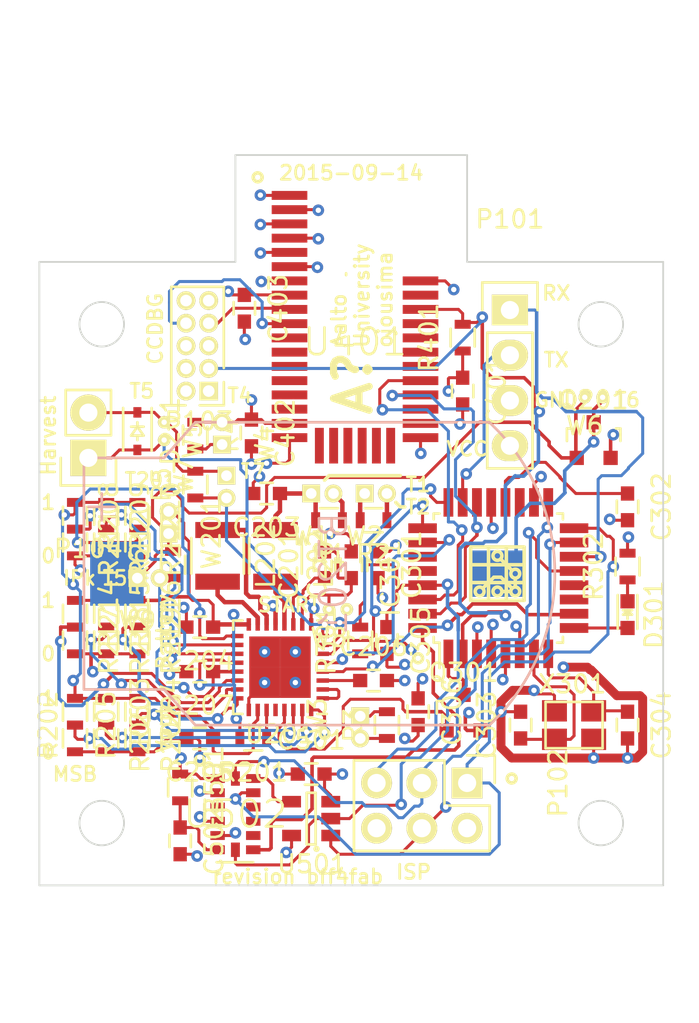
<source format=kicad_pcb>
(kicad_pcb (version 20221018) (generator pcbnew)
  (layers (0 "F.Cu" signal) (1 "In1.Cu" signal) (2 "In2.Cu" signal) (31 "B.Cu" signal) (34 "B.Paste" user) (35 "F.Paste" user) (36 "B.SilkS" user "B.Silkscreen") (37 "F.SilkS" user "F.Silkscreen") (38 "B.Mask" user) (39 "F.Mask" user) (44 "Edge.Cuts" user))
  (net 0 "")
  (net 1 "Net-(C201-Pad1)")
  (net 2 "Net-(C201-Pad2)")
  (net 3 "GND")
  (net 4 "VCC")
  (net 5 "/Power management/VIN3")
  (net 6 "/Power management/VIN2")
  (net 7 "Net-(BT201-Pad1)")
  (net 8 "Net-(C302-Pad1)")
  (net 9 "Net-(C303-Pad1)")
  (net 10 "Net-(C304-Pad1)")
  (net 11 "/Control/RESET")
  (net 12 "/Power management/Harvest1")
  (net 13 "/Power management/Harvest2")
  (net 14 "Net-(D301-Pad1)")
  (net 15 "Net-(D301-Pad2)")
  (net 16 "Net-(L201-Pad2)")
  (net 17 "Net-(L202-Pad1)")
  (net 18 "Net-(L202-Pad2)")
  (net 19 "/Control/SW_RX")
  (net 20 "/Control/SW_TX")
  (net 21 "/Control/MISO")
  (net 22 "/Control/SCK")
  (net 23 "/Control/MOSI")
  (net 24 "/Control/BLE_RS")
  (net 25 "Net-(P103-Pad5)")
  (net 26 "/Bluetooth/P2_2-PROG")
  (net 27 "Net-(P103-Pad4)")
  (net 28 "Net-(P103-Pad6)")
  (net 29 "/Bluetooth/P2_1-PROG")
  (net 30 "Net-(P103-Pad2)")
  (net 31 "/Control/EH_ON")
  (net 32 "Net-(R201-Pad1)")
  (net 33 "/Power management/OUT2")
  (net 34 "/Power management/OUT1")
  (net 35 "/Power management/OUT0")
  (net 36 "/Power management/IPK2")
  (net 37 "/Power management/IPK1")
  (net 38 "/Power management/IPK0")
  (net 39 "/Power management/LBSEL")
  (net 40 "/Power management/FLOAT1")
  (net 41 "/Power management/FLOAT0")
  (net 42 "Net-(U201-Pad1)")
  (net 43 "/Control/UV3")
  (net 44 "/Control/UV2")
  (net 45 "/Control/UV1")
  (net 46 "/Control/UV0")
  (net 47 "/Control/RX")
  (net 48 "/Bluetooth/RXD")
  (net 49 "/Control/INT0")
  (net 50 "/Control/INT1")
  (net 51 "Net-(IC301-Pad12)")
  (net 52 "Net-(C502-Pad1)")
  (net 53 "/Sensor/CS")
  (net 54 "Net-(U501-Pad4)")
  (net 55 "Net-(U401-Pad11)")
  (net 56 "Net-(U401-Pad12)")
  (net 57 "Net-(U401-Pad13)")
  (net 58 "Net-(U401-Pad14)")
  (net 59 "Net-(U401-Pad15)")
  (net 60 "Net-(U401-Pad16)")
  (net 61 "Net-(U401-Pad19)")
  (net 62 "Net-(U401-Pad20)")
  (net 63 "Net-(U401-Pad21)")
  (net 64 "Net-(U401-Pad22)")
  (net 65 "Net-(U401-Pad23)")
  (net 66 "Net-(U401-Pad24)")
  (net 67 "Net-(U401-Pad26)")
  (net 68 "Net-(U401-Pad27)")
  (net 69 "Net-(U401-Pad30)")
  (net 70 "Net-(U401-Pad31)")
  (net 71 "Net-(U401-Pad32)")
  (net 72 "Net-(U401-Pad33)")
  (net 73 "Net-(U401-Pad35)")
  (net 74 "Net-(U502-Pad3)")
  (net 75 "Net-(U502-Pad9)")
  (net 76 "Net-(U502-Pad10)")
  (net 77 "Net-(U502-Pad11)")
  (net 78 "Net-(IC301-Pad11)")
  (net 79 "Net-(IC301-Pad19)")
  (net 80 "Net-(IC301-Pad22)")
  (net 81 "Net-(BT201-Pad2)")
  (net 82 "/Power management/VOUT")
  (net 83 "Net-(C207-Pad1)")
  (net 84 "Net-(R5-Pad1)")
  (net 85 "/Control/VCC_uc")
  (net 86 "/Bluetooth/VCC_BLE")
  (net 87 "/Sensor/VCC_ACC")
  (net 88 "/Control/SDA")
  (net 89 "/Control/SCL")
  (net 90 "/Power management/BB_IN")
  (footprint "Capacitors_SMD:C_0603" (layer "F.Cu") (at 91 92 90)
    (fp_text reference "C201")
    (fp_text value "1µ")
  )
  (footprint "Capacitors_SMD:C_0603" (layer "F.Cu") (at 92.5 92 90)
    (fp_text reference "C202")
    (fp_text value "C")
  )
  (footprint "Capacitors_SMD:C_0603" (layer "F.Cu") (at 87.75 88 180)
    (fp_text reference "C203")
    (fp_text value "C")
  )
  (footprint "Capacitors_SMD:C_0603" (layer "F.Cu") (at 84 95.5 180)
    (fp_text reference "C204")
    (fp_text value "C")
  )
  (footprint "Capacitors_SMD:C_0603" (layer "F.Cu") (at 84 101.75 180)
    (fp_text reference "C205")
    (fp_text value "100n")
  )
  (footprint "Capacitors_SMD:C_0603" (layer "F.Cu") (at 93.75 98.5)
    (fp_text reference "C206")
    (fp_text value "4u7")
  )
  (footprint "Capacitors_SMD:C_0603" (layer "F.Cu") (at 84 98 180)
    (fp_text reference "C207")
    (fp_text value "C")
  )
  (footprint "Capacitors_SMD:C_0603" (layer "F.Cu") (at 94 92 -90)
    (fp_text reference "C301")
    (fp_text value "100n")
  )
  (footprint "Capacitors_SMD:C_0603" (layer "F.Cu") (at 108 88.75 -90)
    (fp_text reference "C302")
    (fp_text value "100n")
  )
  (footprint "Capacitors_SMD:C_0603" (layer "F.Cu") (at 102 101 90)
    (fp_text reference "C303")
    (fp_text value "22p")
  )
  (footprint "Capacitors_SMD:C_0603" (layer "F.Cu") (at 108 101 -90)
    (fp_text reference "C304")
    (fp_text value "22p")
  )
  (footprint "Capacitors_SMD:C_0603" (layer "F.Cu") (at 94.5 96.25 -90)
    (fp_text reference "C305")
    (fp_text value "100n")
  )
  (footprint "Capacitors_SMD:C_0603" (layer "F.Cu") (at 98.75 82.25 -90)
    (fp_text reference "C401")
    (fp_text value "470n")
  )
  (footprint "Capacitors_SMD:C_0603" (layer "F.Cu") (at 86.9 84.6 -90)
    (fp_text reference "C402")
    (fp_text value "470n")
  )
  (footprint "Capacitors_SMD:C_0603" (layer "F.Cu") (at 86.5 77.6 -90)
    (fp_text reference "C403")
    (fp_text value "470n")
  )
  (footprint "Diodes_SMD:SOD-323" (layer "F.Cu") (at 80.5 84.5 -90)
    (fp_text reference "D201")
    (fp_text value "TVS")
  )
  (footprint "Pin_Headers:Pin_Header_Straight_1x04" (layer "F.Cu") (at 101.4 77.7)
    (fp_text reference "P101")
    (fp_text value "CONN_01X04")
  )
  (footprint "Pin_Headers:Pin_Header_Straight_2x05_Pitch1.27mm" (layer "F.Cu") (at 84.5 82.25 180)
    (fp_text reference "P103")
    (fp_text value "CONN_02X05")
  )
  (footprint "Pin_Headers:Pin_Header_Straight_1x02" (layer "F.Cu") (at 77.75 86 180)
    (fp_text reference "P104")
    (fp_text value "CONN_01X02")
  )
  (footprint "TO_SOT_Packages_SMD:SOT-23" (layer "F.Cu") (at 98.8 100.3)
    (fp_text reference "Q301")
    (fp_text value "BSH105")
  )
  (footprint "Resistors_SMD:R_0603" (layer "F.Cu") (at 87 101.75 180)
    (fp_text reference "R201")
    (fp_text value "R")
  )
  (footprint "Resistors_SMD:R_0603" (layer "F.Cu") (at 77 100.25 -90)
    (fp_text reference "R202")
    (fp_text value "R")
  )
  (footprint "Resistors_SMD:R_0603" (layer "F.Cu") (at 78.75 100.25 -90)
    (fp_text reference "R203")
    (fp_text value "R")
  )
  (footprint "Resistors_SMD:R_0603" (layer "F.Cu") (at 80.5 100.25 -90)
    (fp_text reference "R204")
    (fp_text value "R")
  )
  (footprint "Resistors_SMD:R_0603" (layer "F.Cu") (at 77 101.75 -90)
    (fp_text reference "R205")
    (fp_text value "R")
  )
  (footprint "Resistors_SMD:R_0603" (layer "F.Cu") (at 78.75 101.75 -90)
    (fp_text reference "R206")
    (fp_text value "R")
  )
  (footprint "Resistors_SMD:R_0603" (layer "F.Cu") (at 80.5 101.75 -90)
    (fp_text reference "R207")
    (fp_text value "R")
  )
  (footprint "Resistors_SMD:R_0603" (layer "F.Cu") (at 77 89.25 -90)
    (fp_text reference "R208")
    (fp_text value "R")
  )
  (footprint "Resistors_SMD:R_0603" (layer "F.Cu") (at 78.75 89.25 -90)
    (fp_text reference "R209")
    (fp_text value "R")
  )
  (footprint "Resistors_SMD:R_0603" (layer "F.Cu") (at 80.5 89.25 -90)
    (fp_text reference "R210")
    (fp_text value "R")
  )
  (footprint "Resistors_SMD:R_0603" (layer "F.Cu") (at 77 90.75 -90)
    (fp_text reference "R211")
    (fp_text value "R")
  )
  (footprint "Resistors_SMD:R_0603" (layer "F.Cu") (at 78.75 90.75 -90)
    (fp_text reference "R212")
    (fp_text value "R")
  )
  (footprint "Resistors_SMD:R_0603" (layer "F.Cu") (at 80.5 90.75 -90)
    (fp_text reference "R213")
    (fp_text value "R")
  )
  (footprint "Resistors_SMD:R_0603" (layer "F.Cu") (at 77 94.75 -90)
    (fp_text reference "R214")
    (fp_text value "R")
  )
  (footprint "Resistors_SMD:R_0603" (layer "F.Cu") (at 78.75 94.75 -90)
    (fp_text reference "R215")
    (fp_text value "R")
  )
  (footprint "Resistors_SMD:R_0603" (layer "F.Cu") (at 80.5 94.75 -90)
    (fp_text reference "R216")
    (fp_text value "R")
  )
  (footprint "Resistors_SMD:R_0603" (layer "F.Cu") (at 77 96.25 -90)
    (fp_text reference "R217")
    (fp_text value "R")
  )
  (footprint "Resistors_SMD:R_0603" (layer "F.Cu") (at 78.75 96.25 -90)
    (fp_text reference "R218")
    (fp_text value "R")
  )
  (footprint "Resistors_SMD:R_0603" (layer "F.Cu") (at 80.5 96.25 -90)
    (fp_text reference "R219")
    (fp_text value "R")
  )
  (footprint "Resistors_SMD:R_0603" (layer "F.Cu") (at 93 96.25 90)
    (fp_text reference "R301")
    (fp_text value "10k")
  )
  (footprint "Resistors_SMD:R_0603" (layer "F.Cu") (at 108 92.1 90)
    (fp_text reference "R302")
    (fp_text value "R")
  )
  (footprint "Resistors_SMD:R_0603" (layer "F.Cu") (at 98.75 79.25 90)
    (fp_text reference "R401")
    (fp_text value "10k")
  )
  (footprint "Crystals_Oscillators_SMD:crystal_FA238-TSX3225" (layer "F.Cu") (at 105 101)
    (fp_text reference "X301")
    (fp_text value "8MHz")
  )
  (footprint "Pin_Headers:Pin_Header_Straight_2x03" (layer "F.Cu") (at 99 104.25 -90)
    (fp_text reference "P102")
    (fp_text value "CONN_02X03")
  )
  (footprint "Housings_QFP:TQFP-32_7x7mm_Pitch0.8mm" (layer "F.Cu") (at 100.75 92.75 90)
    (fp_text reference "IC301")
    (fp_text value "ATMEGA328-A")
  )
  (footprint "Capacitors_SMD:C_0603" (layer "F.Cu") (at 90.25 103.75)
    (fp_text reference "C501")
    (fp_text value "100n")
  )
  (footprint "Capacitors_SMD:C_0603" (layer "F.Cu") (at 82.9 107.5 -90)
    (fp_text reference "C502")
    (fp_text value "100n")
  )
  (footprint "Resistors_SMD:R_0603" (layer "F.Cu") (at 82.9 104.5 -90)
    (fp_text reference "FB501")
    (fp_text value "FILTER")
  )
  (footprint "Housings_SOT-23_SOT-143_TSOT-6:SOT-23-5" (layer "F.Cu") (at 90.25 106.25 180)
    (fp_text reference "U501")
    (fp_text value "SN74AUP1T32")
  )
  (footprint "Capacitors_SMD:C_0603" (layer "F.Cu") (at 96.25 100.25 -90)
    (fp_text reference "C306")
    (fp_text value "C")
  )
  (footprint "Resistors_SMD:R_0603" (layer "F.Cu") (at 91.25 89.5 180)
    (fp_text reference "R1")
    (fp_text value "R")
  )
  (footprint "Resistors_SMD:R_0603" (layer "F.Cu") (at 93.75 89.5 180)
    (fp_text reference "R2")
    (fp_text value "R")
  )
  (footprint "Resistors_SMD:R_0603" (layer "F.Cu") (at 94.5 101 90)
    (fp_text reference "R3")
    (fp_text value "R")
  )
  (footprint "Resistors_SMD:R_0603" (layer "F.Cu") (at 83.75 84.75 -90)
    (fp_text reference "R4")
    (fp_text value "R")
  )
  (footprint "Resistors_SMD:R_0603" (layer "F.Cu") (at 83.75 87.5 90)
    (fp_text reference "R5")
    (fp_text value "R")
  )
  (footprint "Resistors_SMD:R_0603" (layer "F.Cu") (at 82.5 92 90)
    (fp_text reference "R6")
    (fp_text value "R")
  )
  (footprint "footprints_:Test_pair_TH_small" (layer "F.Cu") (at 90.25 88)
    (fp_text reference "W1")
    (fp_text value "TEST")
  )
  (footprint "footprints_:Test_pair_TH_small" (layer "F.Cu") (at 93.25 88)
    (fp_text reference "W2")
    (fp_text value "TEST")
  )
  (footprint "footprints_:Test_pair_TH_small" (layer "F.Cu") (at 93 100.5 -90)
    (fp_text reference "W3")
    (fp_text value "TEST")
  )
  (footprint "footprints_:Test_pair_TH_small" (layer "F.Cu") (at 85.25 85.25 90)
    (fp_text reference "W4")
    (fp_text value "TEST")
  )
  (footprint "footprints_:Test_pair_TH_tiny" (layer "F.Cu") (at 82 85 90)
    (fp_text reference "W5")
    (fp_text value "TEST")
  )
  (footprint "footprints_:Test_pair_TH_tiny" (layer "F.Cu") (at 105.6 82.6)
    (fp_text reference "W6")
    (fp_text value "TEST")
  )
  (footprint "footprints_:Test_pair_TH_small" (layer "F.Cu") (at 85.5 87 -90)
    (fp_text reference "W7")
    (fp_text value "TEST")
  )
  (footprint "footprints_:Test_pair_TH_tiny" (layer "F.Cu") (at 91.25 94.5)
    (fp_text reference "W8")
    (fp_text value "TEST")
  )
  (footprint "footprints_:Test_pair_TH_small" (layer "F.Cu") (at 80.5 92.75)
    (fp_text reference "W9")
    (fp_text value "TEST")
  )
  (footprint "footprints_:Test_pair_TH_small" (layer "F.Cu") (at 82.25 90.25 90)
    (fp_text reference "W201")
    (fp_text value "TEST")
  )
  (footprint "TO_SOT_Packages_SMD:SOT-23" (layer "F.Cu") (at 106.1 85)
    (fp_text reference "Q201")
    (fp_text value "BSH105")
  )
  (footprint "LEDs:LED-0603" (layer "F.Cu") (at 108 94.8 -90)
    (fp_text reference "D301")
    (fp_text value "LED")
  )
  (footprint "Resistors_SMD:R_1210" (layer "F.Cu") (at 88.25 91.5 -90)
    (fp_text reference "L201")
    (fp_text value "INDUCTOR")
  )
  (footprint "Resistors_SMD:R_1210" (layer "F.Cu") (at 85 91.5 -90)
    (fp_text reference "L202")
    (fp_text value "INDUCTOR")
  )
  (footprint "footprints_:BLE113" (layer "F.Cu") (at 92.71 78.74)
    (fp_text reference "U401")
    (fp_text value "BLE113")
  )
  (footprint "footprints_:LGA-14_(CC-14-1)" (layer "F.Cu") (at 86 106)
    (fp_text reference "U502")
    (fp_text value "ADXL375")
  )
  (footprint "Housings_DFN_QFN:QFN-32-1EP_5x5mm_Pitch0.5mm" (layer "F.Cu") (at 88.5 97.75 180)
    (fp_text reference "U201")
    (fp_text value "LTC3331")
  )
  (footprint "footprints_:CR2032-holder-S8421R" (layer "B.Cu") (at 92.25 92.5 90)
    (fp_text reference "BT201")
    (fp_text value "Battery")
  )
  (gr_circle (center 91 101.5) (end 91.25 101.5) (stroke (width 0.2)) (fill none) (layer "F.SilkS"))
  (gr_line (start 95.25 88.75) (end 95.5 88.75) (stroke (width 0.2)) (layer "F.SilkS"))
  (gr_line (start 101.7 93.2) (end 101.7 92.8) (stroke (width 0.2)) (layer "F.SilkS"))
  (gr_line (start 91 87.25) (end 91.25 87) (stroke (width 0.2)) (layer "F.SilkS"))
  (gr_line (start 102.2 94) (end 99.2 94) (stroke (width 0.2)) (layer "F.SilkS"))
  (gr_line (start 100.9 91.7) (end 101.5 92.3) (stroke (width 0.2)) (layer "F.SilkS"))
  (gr_line (start 95 88.5) (end 95.25 88.75) (stroke (width 0.2)) (layer "F.SilkS"))
  (gr_circle (center 87.25 70.25) (end 87.5 70.25) (stroke (width 0.2)) (fill none) (layer "F.SilkS"))
  (gr_circle (center 101.5 104) (end 101.75 104) (stroke (width 0.2)) (fill none) (layer "F.SilkS"))
  (gr_circle (center 100.7 91.5) (end 100.95 91.5) (stroke (width 0.2)) (fill none) (layer "F.SilkS"))
  (gr_circle (center 96.25 97.25) (end 96.5 97.25) (stroke (width 0.2)) (fill none) (layer "F.SilkS"))
  (gr_line (start 100.5 92.7) (end 100.9 92.7) (stroke (width 0.2)) (layer "F.SilkS"))
  (gr_line (start 100.2 91) (end 100.2 94) (stroke (width 0.2)) (layer "F.SilkS"))
  (gr_line (start 91.25 87) (end 95.25 87) (stroke (width 0.2)) (layer "F.SilkS"))
  (gr_line (start 99.2 94) (end 99.2 91) (stroke (width 0.2)) (layer "F.SilkS"))
  (gr_line (start 101.2 91) (end 101.2 94) (stroke (width 0.2)) (layer "F.SilkS"))
  (gr_line (start 99.2 91) (end 102.2 91) (stroke (width 0.2)) (layer "F.SilkS"))
  (gr_line (start 99.2 92) (end 102.2 92) (stroke (width 0.2)) (layer "F.SilkS"))
  (gr_circle (center 99.7 93.5) (end 99.95 93.5) (stroke (width 0.2)) (fill none) (layer "F.SilkS"))
  (gr_line (start 102.2 91) (end 102.2 94) (stroke (width 0.2)) (layer "F.SilkS"))
  (gr_line (start 99.9 93.3) (end 100.5 92.7) (stroke (width 0.2)) (layer "F.SilkS"))
  (gr_line (start 100.9 92.7) (end 101.5 93.3) (stroke (width 0.2)) (layer "F.SilkS"))
  (gr_line (start 99.2 93) (end 102.2 93) (stroke (width 0.2)) (layer "F.SilkS"))
  (gr_circle (center 84 103) (end 84.25 103) (stroke (width 0.2)) (fill none) (layer "F.SilkS"))
  (gr_circle (center 101.7 93.5) (end 101.95 93.5) (stroke (width 0.2)) (fill none) (layer "F.SilkS"))
  (gr_circle (center 101.7 92.5) (end 101.95 92.5) (stroke (width 0.2)) (fill none) (layer "F.SilkS"))
  (gr_line (start 101 93.5) (end 101.4 93.5) (stroke (width 0.2)) (layer "F.SilkS"))
  (gr_circle (center 100.7 93.5) (end 100.95 93.5) (stroke (width 0.2)) (fill none) (layer "F.SilkS"))
  (gr_circle (center 106.5 106.5) (end 107.75 106.5) (stroke (width 0.1)) (fill none) (layer "Edge.Cuts"))
  (gr_line (start 75 110) (end 75 75) (stroke (width 0.1)) (layer "Edge.Cuts"))
  (gr_line (start 99 69) (end 86 69) (stroke (width 0.1)) (layer "Edge.Cuts"))
  (gr_circle (center 78.5 78.5) (end 79.75 78.5) (stroke (width 0.1)) (fill none) (layer "Edge.Cuts"))
  (gr_line (start 110 110) (end 75 110) (stroke (width 0.1)) (layer "Edge.Cuts"))
  (gr_line (start 75 75) (end 86 75) (stroke (width 0.1)) (layer "Edge.Cuts"))
  (gr_circle (center 78.5 106.5) (end 79.75 106.5) (stroke (width 0.1)) (fill none) (layer "Edge.Cuts"))
  (gr_line (start 110 75) (end 99 75) (stroke (width 0.1)) (layer "Edge.Cuts"))
  (gr_line (start 86 75) (end 86 69) (stroke (width 0.1)) (layer "Edge.Cuts"))
  (gr_circle (center 106.5 78.5) (end 107.75 78.5) (stroke (width 0.1)) (fill none) (layer "Edge.Cuts"))
  (gr_line (start 110 75) (end 110 110) (stroke (width 0.1)) (layer "Edge.Cuts"))
  (gr_line (start 99 75) (end 99 69) (stroke (width 0.1)) (layer "Edge.Cuts"))
  (gr_text "0" (at 75.5 97) (layer "F.SilkS") (effects (font (size 0.8 0.8))))
  (gr_text "1" (at 75.5 94) (layer "F.SilkS") (effects (font (size 0.8 0.8))))
  (gr_text "1" (at 75.5 99.5) (layer "F.SilkS") (effects (font (size 0.8 0.8))))
  (gr_text "0" (at 75.5 102.5) (layer "F.SilkS") (effects (font (size 0.8 0.8))))
  (gr_text "2015-09-14" (at 92.5 70) (layer "F.SilkS") (effects (font (size 0.8 0.8))))
  (gr_text "Battery" (at 82 95.75 90) (layer "F.SilkS") (effects (font (size 0.8 0.8))))
  (gr_text "ISP" (at 96 109.25) (layer "F.SilkS") (effects (font (size 0.8 0.8))))
  (gr_text "GND" (at 104 82.75) (layer "F.SilkS") (effects (font (size 0.8 0.8))))
  (gr_text "T2" (at 96.25 88.75) (layer "F.SilkS") (effects (font (size 0.8 0.8))))
  (gr_text "T4" (at 86.25 82.5) (layer "F.SilkS") (effects (font (size 0.8 0.8))))
  (gr_text "T201" (at 81.25 87.25) (layer "F.SilkS") (effects (font (size 0.8 0.8))))
  (gr_text "RX" (at 104 76.75) (layer "F.SilkS") (effects (font (size 0.8 0.8))))
  (gr_text "START" (at 89 94.25) (layer "F.SilkS") (effects (font (size 0.8 0.8))))
  (gr_text "T6" (at 108 82.75) (layer "F.SilkS") (effects (font (size 0.8 0.8))))
  (gr_text "1" (at 75.5 88.5) (layer "F.SilkS") (effects (font (size 0.8 0.8))))
  (gr_text "T7" (at 87 86.75) (layer "F.SilkS") (effects (font (size 0.8 0.8))))
  (gr_text "IPk" (at 77.25 92.75) (layer "F.SilkS") (effects (font (size 0.8 0.8))))
  (gr_text "T5" (at 79.25 92.75) (layer "F.SilkS") (effects (font (size 0.8 0.8))))
  (gr_text "Aalto \nUniversity\nojousima" (at 93.1 79.9 90) (layer "F.SilkS") (effects (font (size 0.8 0.8)) (justify left)))
  (gr_text "0" (at 75.5 91.5) (layer "F.SilkS") (effects (font (size 0.8 0.8))))
  (gr_text "T1" (at 96.25 87.5) (layer "F.SilkS") (effects (font (size 0.8 0.8))))
  (gr_text "CCDBG" (at 81.5 78.75 90) (layer "F.SilkS") (effects (font (size 0.8 0.8))))
  (gr_text "A?" (at 92.6 81.8 90) (layer "F.SilkS") (effects (font (size 2 2) (thickness 0.4))))
  (gr_text "Harvest" (at 75.5 84.75 90) (layer "F.SilkS") (effects (font (size 0.8 0.8))))
  (gr_text "revision bff4fab" (at 89.5 109.5) (layer "F.SilkS") (effects (font (size 0.8 0.8))))
  (gr_text "MSB" (at 77 103.75) (layer "F.SilkS") (effects (font (size 0.8 0.8))))
  (gr_text "VCC" (at 99 85.5) (layer "F.SilkS") (effects (font (size 0.8 0.8))))
  (gr_text "Vout" (at 82 101.25 90) (layer "F.SilkS") (effects (font (size 0.8 0.8))))
  (gr_text "TX" (at 104 80.5) (layer "F.SilkS") (effects (font (size 0.8 0.8))))
  (gr_text "T5" (at 80.75 82.25) (layer "F.SilkS") (effects (font (size 0.8 0.8))))
  (segment (start 90.1 93.1) (end 90.1 93.1) (width 0.17) (layer "F.Cu") (net 1))
  (segment (start 91 92.75) (end 90.45 92.75) (width 0.17) (layer "F.Cu") (net 1))
  (segment (start 89.25 94.1) (end 89.25 94.069164) (width 0.17) (layer "F.Cu") (net 1))
  (segment (start 89.25 93.85) (end 89.4 93.7) (width 0.17) (layer "F.Cu") (net 1))
  (segment (start 89.4 93.7) (end 89.7 93.7) (width 0.17) (layer "F.Cu") (net 1))
  (segment (start 89.7 93.7) (end 89.8 93.6) (width 0.17) (layer "F.Cu") (net 1))
  (segment (start 89.8 93.6) (end 89.8 93.45) (width 0.17) (layer "F.Cu") (net 1))
  (segment (start 89.8 93.45) (end 90.1 93.15) (width 0.17) (layer "F.Cu") (net 1))
  (segment (start 90.1 93.15) (end 90.1 93.1) (width 0.17) (layer "F.Cu") (net 1))
  (segment (start 90.1 93.1) (end 90.45 92.75) (width 0.17) (layer "F.Cu") (net 1))
  (segment (start 89.25 94.7) (end 89.25 95.35) (width 0.17) (layer "F.Cu") (net 1))
  (segment (start 89.25 94.1) (end 89.25 93.85) (width 0.17) (layer "F.Cu") (net 1))
  (segment (start 89.25 94.7) (end 89.25 94.1) (width 0.17) (layer "F.Cu") (net 1))
  (segment (start 91.55 91.25) (end 91.75 91.45) (width 0.17) (layer "F.Cu") (net 2))
  (segment (start 91.75 91.45) (end 91.75 92.7) (width 0.17) (layer "F.Cu") (net 2))
  (segment (start 91.75 92.7) (end 91.8 92.75) (width 0.17) (layer "F.Cu") (net 2))
  (segment (start 91.8 92.75) (end 92.5 92.75) (width 0.17) (layer "F.Cu") (net 2))
  (segment (start 90.75 93.7) (end 91.25 93.7) (width 0.17) (layer "F.Cu") (net 2))
  (segment (start 92.3 93.7) (end 92.5 93.5) (width 0.17) (layer "F.Cu") (net 2))
  (segment (start 92.5 93.5) (end 92.5 92.75) (width 0.17) (layer "F.Cu") (net 2))
  (segment (start 91.25 93.7) (end 91.25 93.75) (width 0.17) (layer "F.Cu") (net 2))
  (segment (start 91.25 93.75) (end 91.25 93.7) (width 0.17) (layer "F.Cu") (net 2))
  (segment (start 91.25 93.7) (end 92.3 93.7) (width 0.17) (layer "F.Cu") (net 2))
  (segment (start 89.75 94.2) (end 90.25 93.7) (width 0.17) (layer "F.Cu") (net 2))
  (segment (start 90.25 93.7) (end 90.75 93.7) (width 0.17) (layer "F.Cu") (net 2))
  (segment (start 91 91.25) (end 91.55 91.25) (width 0.17) (layer "F.Cu") (net 2))
  (segment (start 89.75 94.7) (end 89.75 94.2) (width 0.17) (layer "F.Cu") (net 2))
  (segment (start 89.75 95.35) (end 89.75 94.7) (width 0.17) (layer "F.Cu") (net 2))
  (segment (start 91.25 94.5) (end 91.25 93.7) (width 0.17) (layer "F.Cu") (net 2))
  (segment (start 77 92) (end 77.3 92.3) (width 0.17) (layer "F.Cu") (net 3))
  (segment (start 79.6 97) (end 80.5 97) (width 0.17) (layer "F.Cu") (net 3))
  (segment (start 83.25 94.55) (end 83.1 94.4) (width 0.17) (layer "F.Cu") (net 3))
  (segment (start 82.45 98) (end 82.3 98.15) (width 0.17) (layer "F.Cu") (net 3))
  (segment (start 81.45 102.5) (end 82.2 101.75) (width 0.17) (layer "F.Cu") (net 3))
  (segment (start 82.2 101.75) (end 83.25 101.75) (width 0.17) (layer "F.Cu") (net 3))
  (segment (start 87 87.4) (end 87.35 87.05) (width 0.17) (layer "F.Cu") (net 3))
  (segment (start 108 90.5) (end 108.05 90.45) (width 0.17) (layer "F.Cu") (net 3))
  (segment (start 107.05 89.5) (end 107 89.45) (width 0.17) (layer "F.Cu") (net 3))
  (segment (start 100.35 89.85) (end 100.45 89.95) (width 0.17) (layer "F.Cu") (net 3))
  (segment (start 98.75 83.95) (end 98.6 84.1) (width 0.17) (layer "F.Cu") (net 3))
  (segment (start 96.385 85.735) (end 96.4 85.75) (width 0.17) (layer "F.Cu") (net 3))
  (segment (start 87.485 76.065) (end 87.45 76.1) (width 0.17) (layer "F.Cu") (net 3))
  (segment (start 90.565 75.265) (end 90.6 75.3) (width 0.17) (layer "F.Cu") (net 3))
  (segment (start 87.435 74.465) (end 87.4 74.5) (width 0.17) (layer "F.Cu") (net 3))
  (segment (start 90.615 73.665) (end 90.65 73.7) (width 0.17) (layer "F.Cu") (net 3))
  (segment (start 87.435 72.865) (end 87.4 72.9) (width 0.17) (layer "F.Cu") (net 3))
  (segment (start 90.615 72.065) (end 90.65 72.1) (width 0.17) (layer "F.Cu") (net 3))
  (segment (start 87.415 71.265) (end 87.4 71.25) (width 0.17) (layer "F.Cu") (net 3))
  (segment (start 86.5 79.3) (end 86.55 79.35) (width 0.17) (layer "F.Cu") (net 3))
  (segment (start 97.765 76.065) (end 98.25 76.55) (width 0.17) (layer "F.Cu") (net 3))
  (segment (start 92.5 90.5) (end 92.25 90.25) (width 0.17) (layer "F.Cu") (net 3))
  (segment (start 92.25 90.25) (end 91.3 90.25) (width 0.17) (layer "F.Cu") (net 3))
  (segment (start 94 93.6) (end 94.25 93.85) (width 0.17) (layer "F.Cu") (net 3))
  (segment (start 83.75 108.25) (end 83.85 108.35) (width 0.17) (layer "F.Cu") (net 3))
  (segment (start 85.85 107.2) (end 86 107.05) (width 0.17) (layer "F.Cu") (net 3))
  (segment (start 84.25 106.4) (end 84 106.15) (width 0.17) (layer "F.Cu") (net 3))
  (segment (start 84.1 104.8) (end 84 104.7) (width 0.17) (layer "F.Cu") (net 3))
  (segment (start 91.35 104.95) (end 91 104.6) (width 0.17) (layer "F.Cu") (net 3))
  (segment (start 91 104.6) (end 91 103.75) (width 0.17) (layer "F.Cu") (net 3))
  (segment (start 83.85 101.75) (end 84 101.9) (width 0.17) (layer "F.Cu") (net 3))
  (segment (start 84 101.9) (end 84 102.8) (width 0.17) (layer "F.Cu") (net 3))
  (segment (start 99.55 95.55) (end 99.6 95.5) (width 0.17) (layer "F.Cu") (net 3))
  (segment (start 101.15 98.3) (end 101 98.45) (width 0.17) (layer "F.Cu") (net 3))
  (segment (start 103.9 99.35) (end 103.8 99.25) (width 0.17) (layer "F.Cu") (net 3))
  (segment (start 103.8 99.25) (end 102.95 99.25) (width 0.17) (layer "F.Cu") (net 3))
  (segment (start 102.95 99.25) (end 102.75 99.05) (width 0.17) (layer "F.Cu") (net 3))
  (segment (start 101.55 99.05) (end 100.9 99.7) (width 0.5) (layer "F.Cu") (net 3))
  (segment (start 100.9 99.7) (end 100.9 102.25) (width 0.5) (layer "F.Cu") (net 3))
  (segment (start 100.9 102.25) (end 101.5 102.85) (width 0.5) (layer "F.Cu") (net 3))
  (segment (start 101.5 102.85) (end 108.5 102.85) (width 0.5) (layer "F.Cu") (net 3))
  (segment (start 108.5 102.85) (end 108.85 102.5) (width 0.5) (layer "F.Cu") (net 3))
  (segment (start 108.85 102.5) (end 108.85 99.5) (width 0.5) (layer "F.Cu") (net 3))
  (segment (start 108.85 99.5) (end 108.7 99.35) (width 0.5) (layer "F.Cu") (net 3))
  (segment (start 108.7 99.35) (end 107.4 99.35) (width 0.5) (layer "F.Cu") (net 3))
  (segment (start 107.4 99.35) (end 107 98.95) (width 0.5) (layer "F.Cu") (net 3))
  (segment (start 107 98.95) (end 105.95 97.9) (width 0.5) (layer "F.Cu") (net 3))
  (segment (start 105.95 97.9) (end 105.9 97.9) (width 0.5) (layer "F.Cu") (net 3))
  (segment (start 105.9 97.9) (end 105.75 97.75) (width 0.5) (layer "F.Cu") (net 3))
  (segment (start 105.75 97.75) (end 104.4 97.75) (width 0.5) (layer "F.Cu") (net 3))
  (segment (start 104.4 97.75) (end 104.35 97.75) (width 0.5) (layer "F.Cu") (net 3))
  (segment (start 96.25 101.6) (end 95.95 101.9) (width 0.17) (layer "F.Cu") (net 3))
  (segment (start 95.95 101.9) (end 95.65 101.9) (width 0.17) (layer "F.Cu") (net 3))
  (segment (start 95.65 101.9) (end 95.5 101.75) (width 0.17) (layer "F.Cu") (net 3))
  (segment (start 94.5 97.7) (end 94.55 97.75) (width 0.17) (layer "F.Cu") (net 3))
  (segment (start 94.55 97.75) (end 95.35 97.75) (width 0.17) (layer "F.Cu") (net 3))
  (segment (start 95.35 97.75) (end 95.5 97.6) (width 0.17) (layer "F.Cu") (net 3))
  (segment (start 88.85 86.3) (end 89.035 86.115) (width 0.17) (layer "F.Cu") (net 3))
  (segment (start 89.035 86.115) (end 89.035 84.865) (width 0.17) (layer "F.Cu") (net 3))
  (segment (start 86.75 99.5) (end 87.6375 98.6125) (width 0.17) (layer "F.Cu") (net 3))
  (segment (start 99.00076 101.30076) (end 98.9 101.2) (width 0.2) (layer "F.Cu") (net 3))
  (segment (start 98.9 101.2) (end 98.9 100.5) (width 0.2) (layer "F.Cu") (net 3))
  (segment (start 98.9 100.5) (end 99.1 100.3) (width 0.2) (layer "F.Cu") (net 3))
  (segment (start 107.05 84.85) (end 107.2 84.7) (width 0.2) (layer "F.Cu") (net 3))
  (segment (start 77.9 97) (end 78.75 97) (width 0.17) (layer "F.Cu") (net 3))
  (segment (start 77.9 97.9) (end 78 98) (width 0.2) (layer "F.Cu") (net 3))
  (segment (start 77 102.5) (end 78.75 102.5) (width 0.17) (layer "F.Cu") (net 3))
  (segment (start 92.5 91.25) (end 92.5 90.5) (width 0.17) (layer "F.Cu") (net 3))
  (segment (start 103.9 100.2) (end 103.9 99.35) (width 0.17) (layer "F.Cu") (net 3))
  (segment (start 89.035 75.265) (end 90.565 75.265) (width 0.17) (layer "F.Cu") (net 3))
  (segment (start 102.75 99.05) (end 101.55 99.05) (width 0.5) (layer "F.Cu") (net 3))
  (segment (start 78.75 91.5) (end 77 91.5) (width 0.17) (layer "F.Cu") (net 3))
  (segment (start 102 100.25) (end 100.9 100.25) (width 0.17) (layer "F.Cu") (net 3))
  (segment (start 99.55 97) (end 99.55 95.55) (width 0.17) (layer "F.Cu") (net 3))
  (segment (start 94.5 98.5) (end 95.5 98.5) (width 0.17) (layer "F.Cu") (net 3))
  (segment (start 108 101.75) (end 108 102.85) (width 0.17) (layer "F.Cu") (net 3))
  (segment (start 86.5 78.35) (end 86.5 79.3) (width 0.17) (layer "F.Cu") (net 3))
  (segment (start 77 91.5) (end 77 92) (width 0.17) (layer "F.Cu") (net 3))
  (segment (start 96.25 101) (end 96.25 101.6) (width 0.17) (layer "F.Cu") (net 3))
  (segment (start 91.35 105.3) (end 91.35 104.95) (width 0.17) (layer "F.Cu") (net 3))
  (segment (start 106.1 101.8) (end 106.1 102.85) (width 0.17) (layer "F.Cu") (net 3))
  (segment (start 96.385 76.065) (end 97.765 76.065) (width 0.17) (layer "F.Cu") (net 3))
  (segment (start 89.035 76.065) (end 87.485 76.065) (width 0.17) (layer "F.Cu") (net 3))
  (segment (start 100.35 88.5) (end 100.35 89.85) (width 0.17) (layer "F.Cu") (net 3))
  (segment (start 82.9 108.25) (end 83.75 108.25) (width 0.17) (layer "F.Cu") (net 3))
  (segment (start 108 89.5) (end 107.05 89.5) (width 0.17) (layer "F.Cu") (net 3))
  (segment (start 94 92.75) (end 94 93.6) (width 0.17) (layer "F.Cu") (net 3))
  (segment (start 80.5 102.5) (end 81.45 102.5) (width 0.17) (layer "F.Cu") (net 3))
  (segment (start 98.75 83) (end 98.75 83.95) (width 0.17) (layer "F.Cu") (net 3))
  (segment (start 85 104.8) (end 84.1 104.8) (width 0.17) (layer "F.Cu") (net 3))
  (segment (start 85 106.4) (end 84.25 106.4) (width 0.17) (layer "F.Cu") (net 3))
  (segment (start 80.5 91.5) (end 78.75 91.5) (width 0.17) (layer "F.Cu") (net 3))
  (segment (start 89.035 72.065) (end 90.615 72.065) (width 0.17) (layer "F.Cu") (net 3))
  (segment (start 87.75 86.3) (end 88.85 86.3) (width 0.17) (layer "F.Cu") (net 3))
  (segment (start 89.035 72.865) (end 87.435 72.865) (width 0.17) (layer "F.Cu") (net 3))
  (segment (start 107.05 86.00076) (end 107.05 84.85) (width 0.2) (layer "F.Cu") (net 3))
  (segment (start 86.9 85.35) (end 86.9 86.35) (width 0.17) (layer "F.Cu") (net 3))
  (segment (start 108 91.35) (end 108 90.5) (width 0.17) (layer "F.Cu") (net 3))
  (segment (start 83.25 95.5) (end 83.25 94.55) (width 0.17) (layer "F.Cu") (net 3))
  (segment (start 89.035 84.865) (end 89.035 85.015) (width 0.17) (layer "F.Cu") (net 3))
  (segment (start 87 88) (end 87 87.4) (width 0.17) (layer "F.Cu") (net 3))
  (segment (start 101.15 97) (end 101.15 98.3) (width 0.17) (layer "F.Cu") (net 3))
  (segment (start 89.035 74.465) (end 87.435 74.465) (width 0.17) (layer "F.Cu") (net 3))
  (segment (start 94.5 97) (end 94.5 97.7) (width 0.17) (layer "F.Cu") (net 3))
  (segment (start 83.25 101.75) (end 83.85 101.75) (width 0.17) (layer "F.Cu") (net 3))
  (segment (start 86.75 100.15) (end 86.75 99.5) (width 0.17) (layer "F.Cu") (net 3))
  (segment (start 91 103.75) (end 92 103.75) (width 0.17) (layer "F.Cu") (net 3))
  (segment (start 89.035 73.665) (end 90.615 73.665) (width 0.17) (layer "F.Cu") (net 3))
  (segment (start 85 107.2) (end 85.85 107.2) (width 0.17) (layer "F.Cu") (net 3))
  (segment (start 78.75 97) (end 79.6 97) (width 0.17) (layer "F.Cu") (net 3))
  (segment (start 99.75 101.30076) (end 99.00076 101.30076) (width 0.2) (layer "F.Cu") (net 3))
  (segment (start 78.75 102.5) (end 80.5 102.5) (width 0.17) (layer "F.Cu") (net 3))
  (segment (start 77.9 97) (end 77.9 97.9) (width 0.2) (layer "F.Cu") (net 3))
  (segment (start 89.035 71.265) (end 87.415 71.265) (width 0.17) (layer "F.Cu") (net 3))
  (segment (start 77 97) (end 77.9 97) (width 0.17) (layer "F.Cu") (net 3))
  (segment (start 96.385 84.865) (end 96.385 85.735) (width 0.17) (layer "F.Cu") (net 3))
  (segment (start 83.25 98) (end 82.45 98) (width 0.17) (layer "F.Cu") (net 3))
  (via (at 87.75 86.3) (size 0.65) (drill 0.3) (layers "F.Cu" "B.Cu") (net 3))
  (via (at 90.65 72.1) (size 0.65) (drill 0.3) (layers "F.Cu" "B.Cu") (net 3))
  (via (at 104.4 97.75) (size 0.65) (drill 0.3) (layers "F.Cu" "B.Cu") (net 3))
  (via (at 87.6375 96.8875) (size 0.65) (drill 0.3) (layers "F.Cu" "B.Cu") (net 3))
  (via (at 84 102.8) (size 0.65) (drill 0.3) (layers "F.Cu" "B.Cu") (net 3))
  (via (at 84 104.7) (size 0.65) (drill 0.3) (layers "F.Cu" "B.Cu") (net 3))
  (via (at 90.65 73.7) (size 0.65) (drill 0.3) (layers "F.Cu" "B.Cu") (net 3))
  (via (at 98.25 76.55) (size 0.65) (drill 0.3) (layers "F.Cu" "B.Cu") (net 3))
  (via (at 86.9 86.35) (size 0.65) (drill 0.3) (layers "F.Cu" "B.Cu") (net 3))
  (via (at 78 98) (size 0.65) (drill 0.3) (layers "F.Cu" "B.Cu") (net 3))
  (via (at 108.05 90.45) (size 0.65) (drill 0.3) (layers "F.Cu" "B.Cu") (net 3))
  (via (at 101 98.45) (size 0.65) (drill 0.3) (layers "F.Cu" "B.Cu") (net 3))
  (via (at 100.45 89.95) (size 0.65) (drill 0.3) (layers "F.Cu" "B.Cu") (net 3))
  (via (at 95.5 97.6) (size 0.65) (drill 0.3) (layers "F.Cu" "B.Cu") (net 3))
  (via (at 84 106.15) (size 0.65) (drill 0.3) (layers "F.Cu" "B.Cu") (net 3))
  (via (at 86 107.05) (size 0.65) (drill 0.3) (layers "F.Cu" "B.Cu") (net 3))
  (via (at 87.6375 98.6125) (size 0.65) (drill 0.3) (layers "F.Cu" "B.Cu") (net 3))
  (via (at 87.4 72.9) (size 0.65) (drill 0.3) (layers "F.Cu" "B.Cu") (net 3))
  (via (at 102.75 99.05) (size 0.65) (drill 0.3) (layers "F.Cu" "B.Cu") (net 3))
  (via (at 106.1 102.85) (size 0.65) (drill 0.3) (layers "F.Cu" "B.Cu") (net 3))
  (via (at 87.35 87.05) (size 0.65) (drill 0.3) (layers "F.Cu" "B.Cu") (net 3))
  (via (at 95.5 98.5) (size 0.65) (drill 0.3) (layers "F.Cu" "B.Cu") (net 3))
  (via (at 108 102.85) (size 0.65) (drill 0.3) (layers "F.Cu" "B.Cu") (net 3))
  (via (at 87.4 71.25) (size 0.65) (drill 0.3) (layers "F.Cu" "B.Cu") (net 3))
  (via (at 107.2 84.7) (size 0.65) (drill 0.3) (layers "F.Cu" "B.Cu") (net 3))
  (via (at 100.9 100.25) (size 0.65) (drill 0.3) (layers "F.Cu" "B.Cu") (net 3))
  (via (at 99.1 100.3) (size 0.65) (drill 0.3) (layers "F.Cu" "B.Cu") (net 3))
  (via (at 91.3 90.25) (size 0.65) (drill 0.3) (layers "F.Cu" "B.Cu") (net 3))
  (via (at 95.5 101.75) (size 0.65) (drill 0.3) (layers "F.Cu" "B.Cu") (net 3))
  (via (at 94.25 93.85) (size 0.65) (drill 0.3) (layers "F.Cu" "B.Cu") (net 3))
  (via (at 96.4 85.75) (size 0.65) (drill 0.3) (layers "F.Cu" "B.Cu") (net 3))
  (via (at 98.6 84.1) (size 0.65) (drill 0.3) (layers "F.Cu" "B.Cu") (net 3))
  (via (at 83.1 94.4) (size 0.65) (drill 0.3) (layers "F.Cu" "B.Cu") (net 3))
  (via (at 87.4 74.5) (size 0.65) (drill 0.3) (layers "F.Cu" "B.Cu") (net 3))
  (via (at 92 103.75) (size 0.65) (drill 0.3) (layers "F.Cu" "B.Cu") (net 3))
  (via (at 82.3 98.15) (size 0.65) (drill 0.3) (layers "F.Cu" "B.Cu") (net 3))
  (via (at 86.55 79.35) (size 0.65) (drill 0.3) (layers "F.Cu" "B.Cu") (net 3))
  (via (at 89.3625 96.8875) (size 0.65) (drill 0.3) (layers "F.Cu" "B.Cu") (net 3))
  (via (at 99.6 95.5) (size 0.65) (drill 0.3) (layers "F.Cu" "B.Cu") (net 3))
  (via (at 83.85 108.35) (size 0.65) (drill 0.3) (layers "F.Cu" "B.Cu") (net 3))
  (via (at 77.3 92.3) (size 0.65) (drill 0.3) (layers "F.Cu" "B.Cu") (net 3))
  (via (at 90.6 75.3) (size 0.65) (drill 0.3) (layers "F.Cu" "B.Cu") (net 3))
  (via (at 107 89.45) (size 0.65) (drill 0.3) (layers "F.Cu" "B.Cu") (net 3))
  (via (at 87.45 76.1) (size 0.65) (drill 0.3) (layers "F.Cu" "B.Cu") (net 3))
  (via (at 89.3625 98.6125) (size 0.65) (drill 0.3) (layers "F.Cu" "B.Cu") (net 3))
  (segment (start 87.525 97) (end 87.6375 96.8875) (width 0.25) (layer "B.Cu") (net 3))
  (segment (start 87.5 97) (end 87.525 97) (width 0.25) (layer "B.Cu") (net 3))
  (segment (start 89.35 96.9) (end 89.3625 96.8875) (width 0.25) (layer "B.Cu") (net 3))
  (segment (start 89.3 96.9) (end 89.35 96.9) (width 0.25) (layer "B.Cu") (net 3))
  (segment (start 89.3 98.675) (end 89.3625 98.6125) (width 0.25) (layer "B.Cu") (net 3))
  (segment (start 89.3 98.7) (end 89.3 98.675) (width 0.25) (layer "B.Cu") (net 3))
  (segment (start 87.625 98.6) (end 87.6375 98.6125) (width 0.25) (layer "B.Cu") (net 3))
  (segment (start 87.5 98.6) (end 87.625 98.6) (width 0.25) (layer "B.Cu") (net 3))
  (segment (start 108 102.85) (end 108 102.7) (width 0.15) (layer "B.Cu") (net 3))
  (segment (start 106.1 102.85) (end 106.1 102.75) (width 0.15) (layer "B.Cu") (net 3))
  (segment (start 100.9 100.25) (end 100.95 100.25) (width 0.15) (layer "B.Cu") (net 3))
  (segment (start 84.35 85.5) (end 84.6 85.25) (width 0.17) (layer "F.Cu") (net 4))
  (segment (start 84.6 85.25) (end 85.25 85.25) (width 0.17) (layer "F.Cu") (net 4))
  (segment (start 92 88.5) (end 91.5 88) (width 0.25) (layer "F.Cu") (net 4))
  (segment (start 93 88.25) (end 93.25 88) (width 0.25) (layer "F.Cu") (net 4))
  (segment (start 93.55 100.5) (end 93.8 100.25) (width 0.17) (layer "F.Cu") (net 4))
  (segment (start 93.8 100.25) (end 94.5 100.25) (width 0.17) (layer "F.Cu") (net 4))
  (segment (start 93 89.5) (end 93 88.25) (width 0.25) (layer "F.Cu") (net 4))
  (segment (start 92 89.5) (end 92 88.5) (width 0.25) (layer "F.Cu") (net 4))
  (segment (start 93 100.5) (end 93.55 100.5) (width 0.17) (layer "F.Cu") (net 4))
  (segment (start 83.75 85.5) (end 84.35 85.5) (width 0.17) (layer "F.Cu") (net 4))
  (segment (start 84.75 101.25) (end 84 100.5) (width 0.17) (layer "F.Cu") (net 5))
  (segment (start 84 100.5) (end 82.5 100.5) (width 0.17) (layer "F.Cu") (net 5))
  (segment (start 82.5 100.5) (end 81.5 99.5) (width 0.17) (layer "F.Cu") (net 5))
  (segment (start 81.5 99.5) (end 80.5 99.5) (width 0.17) (layer "F.Cu") (net 5))
  (segment (start 77 98.6) (end 76.9 98.5) (width 0.17) (layer "F.Cu") (net 5))
  (segment (start 76.9 93.1) (end 77 93.2) (width 0.17) (layer "F.Cu") (net 5))
  (segment (start 76.4 89.2) (end 76.9 89.2) (width 0.17) (layer "F.Cu") (net 5))
  (segment (start 76.9 89.2) (end 77 89.1) (width 0.17) (layer "F.Cu") (net 5))
  (segment (start 77 89.1) (end 77 88.5) (width 0.17) (layer "F.Cu") (net 5))
  (segment (start 87.25 100.7) (end 87 100.95) (width 0.17) (layer "F.Cu") (net 5))
  (segment (start 87 100.95) (end 87 102.35) (width 0.17) (layer "F.Cu") (net 5))
  (segment (start 87 102.35) (end 86.75 102.6) (width 0.17) (layer "F.Cu") (net 5))
  (segment (start 86.75 102.6) (end 84.9 102.6) (width 0.17) (layer "F.Cu") (net 5))
  (segment (start 84.9 102.6) (end 84.75 102.45) (width 0.17) (layer "F.Cu") (net 5))
  (segment (start 84.75 102.45) (end 84.75 101.75) (width 0.17) (layer "F.Cu") (net 5))
  (segment (start 77 99.5) (end 77 98.6) (width 0.17) (layer "F.Cu") (net 5))
  (segment (start 87.25 100.15) (end 87.25 100.7) (width 0.17) (layer "F.Cu") (net 5))
  (segment (start 84.75 101.75) (end 84.75 101.25) (width 0.17) (layer "F.Cu") (net 5))
  (segment (start 78.75 88.5) (end 80.5 88.5) (width 0.17) (layer "F.Cu") (net 5))
  (segment (start 80.5 99.5) (end 78.75 99.5) (width 0.17) (layer "F.Cu") (net 5))
  (segment (start 78.75 99.5) (end 77 99.5) (width 0.17) (layer "F.Cu") (net 5))
  (segment (start 77 88.5) (end 78.75 88.5) (width 0.17) (layer "F.Cu") (net 5))
  (via (at 76.9 93.1) (size 0.65) (drill 0.3) (layers "F.Cu" "B.Cu") (net 5))
  (via (at 76.4 89.2) (size 0.65) (drill 0.3) (layers "F.Cu" "B.Cu") (net 5))
  (via (at 76.9 98.5) (size 0.65) (drill 0.3) (layers "F.Cu" "B.Cu") (net 5))
  (segment (start 76.9 98.5) (end 77.3 98.1) (width 0.17) (layer "B.Cu") (net 5))
  (segment (start 77.3 98.1) (end 77.3 93.5) (width 0.17) (layer "B.Cu") (net 5))
  (segment (start 77.3 93.5) (end 76.9 93.1) (width 0.17) (layer "B.Cu") (net 5))
  (segment (start 76.3 92.5) (end 76.3 89.3) (width 0.17) (layer "B.Cu") (net 5))
  (segment (start 76.3 89.3) (end 76.4 89.2) (width 0.17) (layer "B.Cu") (net 5))
  (segment (start 76.9 93.1) (end 76.3 92.5) (width 0.17) (layer "B.Cu") (net 5))
  (segment (start 90.9 98.5) (end 93 98.5) (width 0.17) (layer "F.Cu") (net 6))
  (segment (start 80.55 92.75) (end 81.5 91.8) (width 0.17) (layer "F.Cu") (net 7))
  (segment (start 81.5 91.8) (end 81.5 91.5) (width 0.17) (layer "F.Cu") (net 7))
  (segment (start 81.5 91.5) (end 81.75 91.25) (width 0.17) (layer "F.Cu") (net 7))
  (segment (start 81.75 91.25) (end 82.5 91.25) (width 0.17) (layer "F.Cu") (net 7))
  (segment (start 82.25 91) (end 82.5 91.25) (width 0.17) (layer "F.Cu") (net 7))
  (segment (start 81.55 89.55) (end 81.35 89.35) (width 0.17) (layer "F.Cu") (net 7))
  (segment (start 81.35 89.35) (end 81.35 88.3) (width 0.17) (layer "F.Cu") (net 7))
  (segment (start 81.35 88.3) (end 81.8 87.85) (width 0.17) (layer "F.Cu") (net 7))
  (segment (start 81.8 87.85) (end 82.2 87.85) (width 0.17) (layer "F.Cu") (net 7))
  (segment (start 82.5 87.85) (end 83 88.35) (width 0.17) (layer "F.Cu") (net 7))
  (segment (start 83 88.35) (end 83 88.7) (width 0.17) (layer "F.Cu") (net 7))
  (segment (start 83 88.7) (end 83.4 89.1) (width 0.17) (layer "F.Cu") (net 7))
  (segment (start 83.4 89.1) (end 87.45 89.1) (width 0.17) (layer "F.Cu") (net 7))
  (segment (start 87.45 89.1) (end 87.75 88.8) (width 0.17) (layer "F.Cu") (net 7))
  (segment (start 87.75 88.8) (end 87.75 87.55) (width 0.17) (layer "F.Cu") (net 7))
  (segment (start 87.75 87.55) (end 88.2 87.1) (width 0.17) (layer "F.Cu") (net 7))
  (segment (start 88.2 87.1) (end 96.6 87.1) (width 0.17) (layer "F.Cu") (net 7))
  (segment (start 96.6 87.1) (end 99.7 84) (width 0.17) (layer "F.Cu") (net 7))
  (segment (start 105.1 83.3) (end 105.6 82.8) (width 0.2) (layer "F.Cu") (net 7))
  (segment (start 105.1 85.95076) (end 105.15 86.00076) (width 0.2) (layer "F.Cu") (net 7))
  (segment (start 104.30076 86.00076) (end 103.6 85.3) (width 0.2) (layer "F.Cu") (net 7))
  (segment (start 103.6 85.3) (end 103.6 85.1) (width 0.2) (layer "F.Cu") (net 7))
  (segment (start 103.6 85.1) (end 102.5 84) (width 0.2) (layer "F.Cu") (net 7))
  (segment (start 102.5 84) (end 99.7 84) (width 0.2) (layer "F.Cu") (net 7))
  (segment (start 80.5 92.75) (end 80.55 92.75) (width 0.17) (layer "F.Cu") (net 7))
  (segment (start 82.2 87.85) (end 82.5 87.85) (width 0.17) (layer "F.Cu") (net 7))
  (segment (start 82.25 90.25) (end 82.25 91) (width 0.17) (layer "F.Cu") (net 7))
  (segment (start 105.15 86.00076) (end 104.30076 86.00076) (width 0.2) (layer "F.Cu") (net 7))
  (segment (start 105.1 85.95076) (end 105.1 83.3) (width 0.2) (layer "F.Cu") (net 7))
  (segment (start 105.6 82.6) (end 105.6 82.8) (width 0.2) (layer "F.Cu") (net 7))
  (segment (start 81.55 89.55) (end 82.25 90.25) (width 0.17) (layer "F.Cu") (net 7))
  (segment (start 79.6 92.75) (end 79.35 92.5) (width 0.17) (layer "B.Cu") (net 7))
  (segment (start 80.5 92.75) (end 79.6 92.75) (width 0.17) (layer "B.Cu") (net 7))
  (segment (start 105.1 88) (end 104.225 87.125) (width 0.17) (layer "F.Cu") (net 8))
  (segment (start 101.35 87.1) (end 101.15 87.3) (width 0.17) (layer "F.Cu") (net 8))
  (segment (start 101.15 87.3) (end 101.15 88.5) (width 0.17) (layer "F.Cu") (net 8))
  (segment (start 104.225 87.125) (end 104.2 87.1) (width 0.17) (layer "F.Cu") (net 8))
  (segment (start 104.225 87.075) (end 103.4 86.25) (width 0.17) (layer "F.Cu") (net 8))
  (segment (start 103.4 86.25) (end 102.75 86.25) (width 0.17) (layer "F.Cu") (net 8))
  (segment (start 102.75 86.25) (end 101.9 87.1) (width 0.17) (layer "F.Cu") (net 8))
  (segment (start 101.9 87.1) (end 101.35 87.1) (width 0.17) (layer "F.Cu") (net 8))
  (segment (start 108 88) (end 105.1 88) (width 0.17) (layer "F.Cu") (net 8))
  (segment (start 104.225 87.125) (end 104.225 87.075) (width 0.17) (layer "F.Cu") (net 8))
  (segment (start 102.75 98.2) (end 103.4 98.85) (width 0.17) (layer "F.Cu") (net 9))
  (segment (start 103.4 98.85) (end 104.55 98.85) (width 0.17) (layer "F.Cu") (net 9))
  (segment (start 104.55 98.85) (end 105 99.3) (width 0.17) (layer "F.Cu") (net 9))
  (segment (start 105 99.3) (end 105 101.6) (width 0.17) (layer "F.Cu") (net 9))
  (segment (start 105 101.6) (end 104.8 101.8) (width 0.17) (layer "F.Cu") (net 9))
  (segment (start 104.8 101.8) (end 103.9 101.8) (width 0.17) (layer "F.Cu") (net 9))
  (segment (start 102.05 101.8) (end 102 101.75) (width 0.17) (layer "F.Cu") (net 9))
  (segment (start 102.75 97) (end 102.75 98.2) (width 0.17) (layer "F.Cu") (net 9))
  (segment (start 103.9 101.8) (end 102.05 101.8) (width 0.17) (layer "F.Cu") (net 9))
  (segment (start 103.55 98.15) (end 103.75 98.35) (width 0.17) (layer "F.Cu") (net 10))
  (segment (start 103.75 98.35) (end 105.3 98.35) (width 0.17) (layer "F.Cu") (net 10))
  (segment (start 105.3 98.35) (end 106.1 99.15) (width 0.17) (layer "F.Cu") (net 10))
  (segment (start 106.1 99.15) (end 106.1 100.2) (width 0.17) (layer "F.Cu") (net 10))
  (segment (start 107.95 100.2) (end 108 100.25) (width 0.17) (layer "F.Cu") (net 10))
  (segment (start 103.55 97) (end 103.55 98.15) (width 0.17) (layer "F.Cu") (net 10))
  (segment (start 106.1 100.2) (end 107.95 100.2) (width 0.17) (layer "F.Cu") (net 10))
  (segment (start 97.9 93.1) (end 97.85 93.15) (width 0.17) (layer "F.Cu") (net 11))
  (segment (start 97.85 93.15) (end 96.5 93.15) (width 0.17) (layer "F.Cu") (net 11))
  (segment (start 95.35 93.15) (end 95.225 93.275) (width 0.17) (layer "F.Cu") (net 11))
  (segment (start 95.05 93.45) (end 95.05 94.15) (width 0.17) (layer "F.Cu") (net 11))
  (segment (start 95.05 94.15) (end 94.5 94.7) (width 0.17) (layer "F.Cu") (net 11))
  (segment (start 94.5 94.7) (end 94.5 95.5) (width 0.17) (layer "F.Cu") (net 11))
  (segment (start 93 94.3) (end 93.25 94.05) (width 0.17) (layer "F.Cu") (net 11))
  (segment (start 93.25 94.05) (end 93.25 92.15) (width 0.17) (layer "F.Cu") (net 11))
  (segment (start 93.25 92.15) (end 93.4 92) (width 0.17) (layer "F.Cu") (net 11))
  (segment (start 93.4 92) (end 94.8 92) (width 0.17) (layer "F.Cu") (net 11))
  (segment (start 94.8 92) (end 95.05 92.25) (width 0.17) (layer "F.Cu") (net 11))
  (segment (start 95.05 92.25) (end 95.05 93.1) (width 0.17) (layer "F.Cu") (net 11))
  (segment (start 95.05 93.1) (end 95.225 93.275) (width 0.17) (layer "F.Cu") (net 11))
  (segment (start 95.225 93.275) (end 95.05 93.45) (width 0.17) (layer "F.Cu") (net 11))
  (segment (start 93 95.5) (end 93 94.3) (width 0.17) (layer "F.Cu") (net 11))
  (segment (start 96.5 93.15) (end 95.35 93.15) (width 0.17) (layer "F.Cu") (net 11))
  (via (at 97.9 93.1) (size 0.65) (drill 0.3) (layers "F.Cu" "B.Cu") (net 11))
  (segment (start 93.92 103.53) (end 95.1 102.35) (width 0.17) (layer "B.Cu") (net 11))
  (segment (start 95.1 102.35) (end 96.15 102.35) (width 0.17) (layer "B.Cu") (net 11))
  (segment (start 96.15 102.35) (end 97.25 101.25) (width 0.17) (layer "B.Cu") (net 11))
  (segment (start 97.25 101.25) (end 97.25 99.75) (width 0.17) (layer "B.Cu") (net 11))
  (segment (start 97.25 99.75) (end 98.5 98.5) (width 0.17) (layer "B.Cu") (net 11))
  (segment (start 98.5 98.5) (end 98.5 95.7) (width 0.17) (layer "B.Cu") (net 11))
  (segment (start 98 93.2) (end 97.9 93.1) (width 0.17) (layer "B.Cu") (net 11))
  (segment (start 98.5 94.95) (end 97.9 94.35) (width 0.2) (layer "B.Cu") (net 11))
  (segment (start 97.9 94.35) (end 97.9 93.1) (width 0.2) (layer "B.Cu") (net 11))
  (segment (start 98.5 95.7) (end 98.5 94.95) (width 0.2) (layer "B.Cu") (net 11))
  (segment (start 93.92 104.25) (end 93.92 103.53) (width 0.17) (layer "B.Cu") (net 11))
  (segment (start 80.485 83.46) (end 80.5 83.445) (width 0.17) (layer "F.Cu") (net 12))
  (segment (start 81.445 83.445) (end 82 84) (width 0.17) (layer "F.Cu") (net 12))
  (segment (start 82.15 84) (end 82.7 84.55) (width 0.17) (layer "F.Cu") (net 12))
  (segment (start 82.7 84.55) (end 82.7 86.4) (width 0.17) (layer "F.Cu") (net 12))
  (segment (start 82.7 86.4) (end 83.05 86.75) (width 0.17) (layer "F.Cu") (net 12))
  (segment (start 83.05 86.75) (end 83.75 86.75) (width 0.17) (layer "F.Cu") (net 12))
  (segment (start 85.25 86.75) (end 85.5 87) (width 0.17) (layer "F.Cu") (net 12))
  (segment (start 77.75 83.46) (end 80.485 83.46) (width 0.17) (layer "F.Cu") (net 12))
  (segment (start 80.5 83.445) (end 81.445 83.445) (width 0.17) (layer "F.Cu") (net 12))
  (segment (start 83.75 86.75) (end 85.25 86.75) (width 0.17) (layer "F.Cu") (net 12))
  (segment (start 82 84) (end 82.15 84) (width 0.17) (layer "F.Cu") (net 12))
  (segment (start 79.05 86) (end 79.495 85.555) (width 0.17) (layer "F.Cu") (net 13))
  (segment (start 79.495 85.555) (end 80.5 85.555) (width 0.17) (layer "F.Cu") (net 13))
  (segment (start 81.445 85.555) (end 82 85) (width 0.17) (layer "F.Cu") (net 13))
  (segment (start 90.25 94.6) (end 90.4 94.45) (width 0.17) (layer "F.Cu") (net 13))
  (segment (start 77.75 86) (end 79.05 86) (width 0.17) (layer "F.Cu") (net 13))
  (segment (start 90.25 94.6) (end 90.25 95.35) (width 0.17) (layer "F.Cu") (net 13))
  (segment (start 80.5 85.555) (end 81.445 85.555) (width 0.17) (layer "F.Cu") (net 13))
  (via (at 90.4 94.45) (size 0.65) (drill 0.3) (layers "F.Cu" "B.Cu") (net 13))
  (segment (start 82 85.7) (end 82.4 86.1) (width 0.17) (layer "B.Cu") (net 13))
  (segment (start 82.4 86.1) (end 86.3 86.1) (width 0.17) (layer "B.Cu") (net 13))
  (segment (start 86.3 86.1) (end 86.3 86.65) (width 0.17) (layer "B.Cu") (net 13))
  (segment (start 86.3 86.65) (end 86.65 87) (width 0.17) (layer "B.Cu") (net 13))
  (segment (start 86.65 87) (end 86.65 90.7) (width 0.17) (layer "B.Cu") (net 13))
  (segment (start 86.65 90.7) (end 90.4 94.45) (width 0.17) (layer "B.Cu") (net 13))
  (segment (start 82 85) (end 82 85.7) (width 0.17) (layer "B.Cu") (net 13))
  (segment (start 108 94.0507) (end 108 92.85) (width 0.17) (layer "F.Cu") (net 14))
  (segment (start 107.9993 95.55) (end 108 95.5493) (width 0.17) (layer "F.Cu") (net 15))
  (segment (start 105 95.55) (end 107.9993 95.55) (width 0.17) (layer "F.Cu") (net 15))
  (segment (start 88.75 94.05) (end 88.25 93.55) (width 0.25) (layer "F.Cu") (net 16))
  (segment (start 88.25 93.55) (end 88.25 92.95) (width 0.25) (layer "F.Cu") (net 16))
  (segment (start 88.75 95.35) (end 88.75 94.05) (width 0.25) (layer "F.Cu") (net 16))
  (segment (start 87.75 94.85) (end 87.4 94.5) (width 0.25) (layer "F.Cu") (net 17))
  (segment (start 87.4 94.5) (end 87.4 93.9) (width 0.25) (layer "F.Cu") (net 17))
  (segment (start 87.4 93.9) (end 87.3 93.8) (width 0.25) (layer "F.Cu") (net 17))
  (segment (start 87.3 93.8) (end 86.8 93.8) (width 0.25) (layer "F.Cu") (net 17))
  (segment (start 86.8 93.8) (end 86.6 93.6) (width 0.25) (layer "F.Cu") (net 17))
  (segment (start 86.6 93.6) (end 86.6 90.1) (width 0.25) (layer "F.Cu") (net 17))
  (segment (start 86.6 90.1) (end 86.55 90.05) (width 0.25) (layer "F.Cu") (net 17))
  (segment (start 86.55 90.05) (end 85 90.05) (width 0.25) (layer "F.Cu") (net 17))
  (segment (start 87.75 95.35) (end 87.75 94.85) (width 0.25) (layer "F.Cu") (net 17))
  (segment (start 87.25 94.95) (end 86.4 94.1) (width 0.25) (layer "F.Cu") (net 18))
  (segment (start 86.4 94.1) (end 85.4 94.1) (width 0.25) (layer "F.Cu") (net 18))
  (segment (start 85.4 94.1) (end 85 93.7) (width 0.25) (layer "F.Cu") (net 18))
  (segment (start 85 93.7) (end 85 92.95) (width 0.25) (layer "F.Cu") (net 18))
  (segment (start 87.25 95.35) (end 87.25 94.95) (width 0.25) (layer "F.Cu") (net 18))
  (segment (start 105 91.55) (end 106.5 91.55) (width 0.17) (layer "F.Cu") (net 19))
  (via (at 106.5 91.55) (size 0.65) (drill 0.3) (layers "F.Cu" "B.Cu") (net 19))
  (segment (start 106.5 91.55) (end 106.35 91.4) (width 0.17) (layer "B.Cu") (net 19))
  (segment (start 106.35 91.4) (end 106.35 87.25) (width 0.17) (layer "B.Cu") (net 19))
  (segment (start 108.05 86.6) (end 107.65 87) (width 0.17) (layer "B.Cu") (net 19))
  (segment (start 106.35 87.2) (end 106.55 87) (width 0.17) (layer "B.Cu") (net 19))
  (segment (start 106.55 87) (end 107.65 87) (width 0.17) (layer "B.Cu") (net 19))
  (segment (start 108.05 86.55) (end 108.85 85.75) (width 0.17) (layer "B.Cu") (net 19))
  (segment (start 102.9 77.8) (end 102.8 77.7) (width 0.17) (layer "B.Cu") (net 19))
  (segment (start 102.8 77.7) (end 101.4 77.7) (width 0.17) (layer "B.Cu") (net 19))
  (segment (start 108.85 83.75) (end 108.5 83.4) (width 0.17) (layer "B.Cu") (net 19))
  (segment (start 102.9 82.3) (end 103.25 82.65) (width 0.2) (layer "B.Cu") (net 19))
  (segment (start 103.25 82.65) (end 103.8 82.65) (width 0.2) (layer "B.Cu") (net 19))
  (segment (start 103.8 82.65) (end 104.55 83.4) (width 0.2) (layer "B.Cu") (net 19))
  (segment (start 104.55 83.4) (end 108.5 83.4) (width 0.2) (layer "B.Cu") (net 19))
  (segment (start 108.85 85.75) (end 108.85 83.75) (width 0.17) (layer "B.Cu") (net 19))
  (segment (start 108.05 86.6) (end 108.05 86.55) (width 0.17) (layer "B.Cu") (net 19))
  (segment (start 102.9 77.8) (end 102.9 82.3) (width 0.2) (layer "B.Cu") (net 19))
  (segment (start 106.35 87.25) (end 106.35 87.2) (width 0.17) (layer "B.Cu") (net 19))
  (segment (start 98.75 87.1) (end 98.95 86.9) (width 0.17) (layer "F.Cu") (net 20))
  (segment (start 98.75 88.5) (end 98.75 87.1) (width 0.17) (layer "F.Cu") (net 20))
  (via (at 98.95 86.9) (size 0.65) (drill 0.3) (layers "F.Cu" "B.Cu") (net 20))
  (segment (start 98.95 86.9) (end 99.95 85.9) (width 0.17) (layer "B.Cu") (net 20))
  (segment (start 99.95 85.9) (end 99.95 80.8) (width 0.17) (layer "B.Cu") (net 20))
  (segment (start 99.95 80.8) (end 100.51 80.24) (width 0.17) (layer "B.Cu") (net 20))
  (segment (start 100.51 80.24) (end 101.4 80.24) (width 0.17) (layer "B.Cu") (net 20))
  (segment (start 107.2 92.1) (end 107.2 90.6) (width 0.17) (layer "F.Cu") (net 21))
  (segment (start 107.2 90.6) (end 107 90.4) (width 0.17) (layer "F.Cu") (net 21))
  (segment (start 107 90.4) (end 106.85 90.4) (width 0.17) (layer "F.Cu") (net 21))
  (segment (start 106.85 90.4) (end 106.4 89.95) (width 0.17) (layer "F.Cu") (net 21))
  (segment (start 106.4 89.95) (end 105 89.95) (width 0.17) (layer "F.Cu") (net 21))
  (segment (start 86.35 104.8) (end 86 105.15) (width 0.17) (layer "F.Cu") (net 21))
  (segment (start 87 104.8) (end 86.35 104.8) (width 0.17) (layer "F.Cu") (net 21))
  (via (at 107.2 92.1) (size 0.65) (drill 0.3) (layers "F.Cu" "B.Cu") (net 21))
  (via (at 86 105.15) (size 0.65) (drill 0.3) (layers "F.Cu" "B.Cu") (net 21))
  (segment (start 99 103.2) (end 100.25 101.95) (width 0.17) (layer "B.Cu") (net 21))
  (segment (start 100.25 101.95) (end 100.25 98.3) (width 0.17) (layer "B.Cu") (net 21))
  (segment (start 100.25 98.3) (end 101.1 97.45) (width 0.17) (layer "B.Cu") (net 21))
  (segment (start 101.1 97.45) (end 103.35 97.45) (width 0.17) (layer "B.Cu") (net 21))
  (segment (start 103.35 97.45) (end 103.9 96.9) (width 0.17) (layer "B.Cu") (net 21))
  (segment (start 103.9 96.9) (end 105.9 96.9) (width 0.17) (layer "B.Cu") (net 21))
  (segment (start 105.9 96.9) (end 106.9 95.9) (width 0.17) (layer "B.Cu") (net 21))
  (segment (start 106.9 95.9) (end 106.9 92.7) (width 0.17) (layer "B.Cu") (net 21))
  (segment (start 106.9 92.4) (end 107.2 92.1) (width 0.17) (layer "B.Cu") (net 21))
  (segment (start 86 105.15) (end 87 106.15) (width 0.17) (layer "B.Cu") (net 21))
  (segment (start 87 106.15) (end 90.65 106.15) (width 0.17) (layer "B.Cu") (net 21))
  (segment (start 90.65 106.15) (end 92.75 108.25) (width 0.17) (layer "B.Cu") (net 21))
  (segment (start 92.75 108.25) (end 100.25 108.25) (width 0.17) (layer "B.Cu") (net 21))
  (segment (start 100.25 108.25) (end 100.8 107.7) (width 0.17) (layer "B.Cu") (net 21))
  (segment (start 100.8 107.7) (end 100.8 104.8) (width 0.17) (layer "B.Cu") (net 21))
  (segment (start 100.8 104.8) (end 100.25 104.25) (width 0.17) (layer "B.Cu") (net 21))
  (segment (start 100.25 104.25) (end 99 104.25) (width 0.17) (layer "B.Cu") (net 21))
  (segment (start 99 104.25) (end 99 103.2) (width 0.17) (layer "B.Cu") (net 21))
  (segment (start 106.9 92.7) (end 106.9 92.4) (width 0.17) (layer "B.Cu") (net 21))
  (segment (start 103.5 89.9) (end 103.55 89.85) (width 0.17) (layer "F.Cu") (net 22))
  (segment (start 103.55 88.5) (end 103.55 89.85) (width 0.17) (layer "F.Cu") (net 22))
  (segment (start 86 103.25) (end 86.2 103.05) (width 0.17) (layer "F.Cu") (net 22))
  (segment (start 86.2 103.05) (end 87.6 103.05) (width 0.17) (layer "F.Cu") (net 22))
  (segment (start 86 104) (end 86 103.25) (width 0.17) (layer "F.Cu") (net 22))
  (via (at 87.6 103.05) (size 0.65) (drill 0.3) (layers "F.Cu" "B.Cu") (net 22))
  (via (at 103.5 89.9) (size 0.65) (drill 0.3) (layers "F.Cu" "B.Cu") (net 22))
  (segment (start 98.45 101.6) (end 96.46 103.59) (width 0.17) (layer "B.Cu") (net 22))
  (segment (start 98.45 101.6) (end 98.45 100) (width 0.17) (layer "B.Cu") (net 22))
  (segment (start 98.45 100) (end 99.45 99) (width 0.17) (layer "B.Cu") (net 22))
  (segment (start 99.45 99) (end 99.45 97.85) (width 0.17) (layer "B.Cu") (net 22))
  (segment (start 99.45 97.85) (end 100.75 96.55) (width 0.17) (layer "B.Cu") (net 22))
  (segment (start 100.75 96.55) (end 102.3 96.55) (width 0.17) (layer "B.Cu") (net 22))
  (segment (start 102.3 96.55) (end 103 95.85) (width 0.17) (layer "B.Cu") (net 22))
  (segment (start 103 90.4) (end 103.5 89.9) (width 0.17) (layer "B.Cu") (net 22))
  (segment (start 87.6 103.05) (end 87.65 103) (width 0.17) (layer "B.Cu") (net 22))
  (segment (start 87.65 103) (end 89.3 103) (width 0.17) (layer "B.Cu") (net 22))
  (segment (start 89.3 103) (end 91.65 105.35) (width 0.17) (layer "B.Cu") (net 22))
  (segment (start 91.65 105.35) (end 93.1 105.35) (width 0.17) (layer "B.Cu") (net 22))
  (segment (start 93.1 105.35) (end 93.3 105.55) (width 0.17) (layer "B.Cu") (net 22))
  (segment (start 93.3 105.55) (end 94.5 105.55) (width 0.17) (layer "B.Cu") (net 22))
  (segment (start 94.5 105.55) (end 95.15 106.2) (width 0.17) (layer "B.Cu") (net 22))
  (segment (start 95.15 106.2) (end 95.4 106.2) (width 0.17) (layer "B.Cu") (net 22))
  (segment (start 95.4 106.2) (end 96.05 105.55) (width 0.17) (layer "B.Cu") (net 22))
  (segment (start 96.05 105.55) (end 96.3 105.55) (width 0.17) (layer "B.Cu") (net 22))
  (segment (start 96.3 105.55) (end 96.46 105.39) (width 0.17) (layer "B.Cu") (net 22))
  (segment (start 96.46 105.39) (end 96.46 104.25) (width 0.17) (layer "B.Cu") (net 22))
  (segment (start 103 95.85) (end 103 90.4) (width 0.17) (layer "B.Cu") (net 22))
  (segment (start 96.46 104.25) (end 96.46 103.59) (width 0.17) (layer "B.Cu") (net 22))
  (segment (start 103.75 90.75) (end 103.65 90.85) (width 0.17) (layer "F.Cu") (net 23))
  (segment (start 97.8 105.6) (end 96.61 106.79) (width 0.17) (layer "F.Cu") (net 23))
  (segment (start 96.61 106.79) (end 96.46 106.79) (width 0.17) (layer "F.Cu") (net 23))
  (segment (start 96.46 107.04) (end 95.25 108.25) (width 0.17) (layer "F.Cu") (net 23))
  (segment (start 95.25 108.25) (end 91.8 108.25) (width 0.17) (layer "F.Cu") (net 23))
  (segment (start 91.8 108.25) (end 91.35 107.8) (width 0.17) (layer "F.Cu") (net 23))
  (segment (start 91.35 107.8) (end 91.35 107.2) (width 0.17) (layer "F.Cu") (net 23))
  (segment (start 105 90.75) (end 103.75 90.75) (width 0.17) (layer "F.Cu") (net 23))
  (segment (start 96.46 106.79) (end 96.46 107.04) (width 0.17) (layer "F.Cu") (net 23))
  (via (at 97.8 105.6) (size 0.65) (drill 0.3) (layers "F.Cu" "B.Cu") (net 23))
  (via (at 103.65 90.85) (size 0.65) (drill 0.3) (layers "F.Cu" "B.Cu") (net 23))
  (segment (start 103.65 90.85) (end 103.65 95.25) (width 0.17) (layer "B.Cu") (net 23))
  (segment (start 103.65 95.25) (end 103.55 95.35) (width 0.17) (layer "B.Cu") (net 23))
  (segment (start 103.55 95.35) (end 103.55 96.65) (width 0.17) (layer "B.Cu") (net 23))
  (segment (start 103.55 96.65) (end 103.2 97) (width 0.17) (layer "B.Cu") (net 23))
  (segment (start 103.2 97) (end 100.95 97) (width 0.17) (layer "B.Cu") (net 23))
  (segment (start 100.95 97) (end 99.85 98.1) (width 0.17) (layer "B.Cu") (net 23))
  (segment (start 99.85 98.1) (end 99.85 101.55) (width 0.17) (layer "B.Cu") (net 23))
  (segment (start 99.85 101.55) (end 98.65 102.75) (width 0.17) (layer "B.Cu") (net 23))
  (segment (start 98.65 102.75) (end 98.2 102.75) (width 0.17) (layer "B.Cu") (net 23))
  (segment (start 98.2 102.75) (end 97.7 103.25) (width 0.17) (layer "B.Cu") (net 23))
  (segment (start 97.7 103.25) (end 97.7 105.5) (width 0.17) (layer "B.Cu") (net 23))
  (segment (start 97.7 105.5) (end 97.8 105.6) (width 0.17) (layer "B.Cu") (net 23))
  (segment (start 98.515 77.665) (end 98.75 77.9) (width 0.17) (layer "F.Cu") (net 24))
  (segment (start 98.75 77.9) (end 98.75 78.5) (width 0.17) (layer "F.Cu") (net 24))
  (segment (start 99.85 78.1) (end 99.55 78.4) (width 0.17) (layer "F.Cu") (net 24))
  (segment (start 99.55 78.4) (end 98.85 78.4) (width 0.17) (layer "F.Cu") (net 24))
  (segment (start 98.85 78.4) (end 98.75 78.5) (width 0.17) (layer "F.Cu") (net 24))
  (segment (start 98.75 95.35) (end 99.25 94.85) (width 0.2) (layer "F.Cu") (net 24))
  (segment (start 99.25 94.85) (end 100 94.85) (width 0.2) (layer "F.Cu") (net 24))
  (segment (start 100 94.85) (end 100.2 94.65) (width 0.2) (layer "F.Cu") (net 24))
  (segment (start 100.2 94.65) (end 100.95 94.65) (width 0.2) (layer "F.Cu") (net 24))
  (segment (start 100.95 94.65) (end 101.15 94.85) (width 0.2) (layer "F.Cu") (net 24))
  (segment (start 103.05 83.4) (end 102.75 83.1) (width 0.2) (layer "F.Cu") (net 24))
  (segment (start 102.75 83.1) (end 102.75 82.05) (width 0.2) (layer "F.Cu") (net 24))
  (segment (start 102.75 82.05) (end 102.2 81.5) (width 0.2) (layer "F.Cu") (net 24))
  (segment (start 102.2 81.5) (end 100.4 81.5) (width 0.2) (layer "F.Cu") (net 24))
  (segment (start 100.4 81.5) (end 99.85 80.95) (width 0.2) (layer "F.Cu") (net 24))
  (segment (start 99.85 80.95) (end 99.85 78.1) (width 0.2) (layer "F.Cu") (net 24))
  (segment (start 96.385 77.665) (end 98.515 77.665) (width 0.17) (layer "F.Cu") (net 24))
  (segment (start 98.75 97) (end 98.75 95.6) (width 0.2) (layer "F.Cu") (net 24))
  (segment (start 98.75 95.6) (end 98.75 95.35) (width 0.2) (layer "F.Cu") (net 24))
  (via (at 103.05 83.4) (size 0.65) (drill 0.3) (layers "F.Cu" "B.Cu") (net 24))
  (via (at 101.15 94.85) (size 0.65) (drill 0.3) (layers "F.Cu" "B.Cu") (net 24))
  (via (at 99.85 78.1) (size 0.65) (drill 0.3) (layers "F.Cu" "B.Cu") (net 24))
  (segment (start 97.17 80.98) (end 99.85 78.3) (width 0.17) (layer "B.Cu") (net 24))
  (segment (start 99.85 78.3) (end 99.85 78.1) (width 0.17) (layer "B.Cu") (net 24))
  (segment (start 101 94.85) (end 100.85 94.7) (width 0.2) (layer "B.Cu") (net 24))
  (segment (start 100.85 94.7) (end 99.1 94.7) (width 0.2) (layer "B.Cu") (net 24))
  (segment (start 99.1 94.7) (end 98.6 94.2) (width 0.2) (layer "B.Cu") (net 24))
  (segment (start 98.6 94.2) (end 98.6 91.1) (width 0.2) (layer "B.Cu") (net 24))
  (segment (start 98.6 91.1) (end 98.9 90.8) (width 0.2) (layer "B.Cu") (net 24))
  (segment (start 98.9 90.8) (end 98.95 90.8) (width 0.2) (layer "B.Cu") (net 24))
  (segment (start 99.9 90.8) (end 100 90.7) (width 0.2) (layer "B.Cu") (net 24))
  (segment (start 100.65 90.7) (end 101.15 90.2) (width 0.2) (layer "B.Cu") (net 24))
  (segment (start 101.15 90.2) (end 101.15 87.55) (width 0.2) (layer "B.Cu") (net 24))
  (segment (start 101.15 87.55) (end 101.675 87.025) (width 0.2) (layer "B.Cu") (net 24))
  (segment (start 101.675 87.025) (end 101.7 87) (width 0.2) (layer "B.Cu") (net 24))
  (segment (start 102.175 87.025) (end 103 86.2) (width 0.2) (layer "B.Cu") (net 24))
  (segment (start 103 86.2) (end 103 84.6) (width 0.2) (layer "B.Cu") (net 24))
  (segment (start 103 84.6) (end 102.9 84.5) (width 0.2) (layer "B.Cu") (net 24))
  (segment (start 102.9 84.5) (end 102.9 84) (width 0.2) (layer "B.Cu") (net 24))
  (segment (start 102.9 84) (end 102.9 83.95) (width 0.2) (layer "B.Cu") (net 24))
  (segment (start 102.9 83.55) (end 103.05 83.4) (width 0.2) (layer "B.Cu") (net 24))
  (segment (start 102.9 84) (end 102.9 83.55) (width 0.2) (layer "B.Cu") (net 24))
  (segment (start 98.95 90.8) (end 99.9 90.8) (width 0.2) (layer "B.Cu") (net 24))
  (segment (start 100 90.7) (end 100.65 90.7) (width 0.2) (layer "B.Cu") (net 24))
  (segment (start 101.15 94.85) (end 101 94.85) (width 0.2) (layer "B.Cu") (net 24))
  (segment (start 101.675 87.025) (end 102.175 87.025) (width 0.2) (layer "B.Cu") (net 24))
  (segment (start 84.5 80.98) (end 97.17 80.98) (width 0.17) (layer "B.Cu") (net 24))
  (segment (start 85.01 78.44) (end 85.85 77.6) (width 0.17) (layer "F.Cu") (net 26))
  (segment (start 85.85 77.6) (end 88.97 77.6) (width 0.17) (layer "F.Cu") (net 26))
  (segment (start 88.97 77.6) (end 89.035 77.665) (width 0.17) (layer "F.Cu") (net 26))
  (segment (start 84.5 78.44) (end 85.01 78.44) (width 0.17) (layer "F.Cu") (net 26))
  (segment (start 87.5 78.45) (end 87.515 78.465) (width 0.17) (layer "F.Cu") (net 29))
  (segment (start 87.515 78.465) (end 89.035 78.465) (width 0.17) (layer "F.Cu") (net 29))
  (via (at 87.5 78.45) (size 0.65) (drill 0.3) (layers "F.Cu" "B.Cu") (net 29))
  (segment (start 82.44 78.44) (end 82.3 78.3) (width 0.17) (layer "B.Cu") (net 29))
  (segment (start 82.3 78.3) (end 82.3 77.3) (width 0.17) (layer "B.Cu") (net 29))
  (segment (start 82.3 77.3) (end 82.3 77.25) (width 0.17) (layer "B.Cu") (net 29))
  (segment (start 82.3 76.65) (end 82.85 76.1) (width 0.17) (layer "B.Cu") (net 29))
  (segment (start 82.85 76.1) (end 85.25 76.1) (width 0.17) (layer "B.Cu") (net 29))
  (segment (start 85.25 76.1) (end 85.35 76) (width 0.17) (layer "B.Cu") (net 29))
  (segment (start 85.35 76) (end 86.25 76) (width 0.17) (layer "B.Cu") (net 29))
  (segment (start 86.25 76) (end 87.5 77.25) (width 0.17) (layer "B.Cu") (net 29))
  (segment (start 87.5 77.25) (end 87.5 78.45) (width 0.17) (layer "B.Cu") (net 29))
  (segment (start 83.23 78.44) (end 82.44 78.44) (width 0.17) (layer "B.Cu") (net 29))
  (segment (start 82.3 77.3) (end 82.3 76.65) (width 0.17) (layer "B.Cu") (net 29))
  (segment (start 88.75 100.85) (end 88.45 101.15) (width 0.17) (layer "F.Cu") (net 31))
  (segment (start 88.45 101.15) (end 88.45 101.9) (width 0.17) (layer "F.Cu") (net 31))
  (segment (start 88.45 101.9) (end 88.9 102.35) (width 0.17) (layer "F.Cu") (net 31))
  (segment (start 88.9 102.35) (end 91 102.35) (width 0.17) (layer "F.Cu") (net 31))
  (segment (start 91 102.35) (end 92.05 101.3) (width 0.17) (layer "F.Cu") (net 31))
  (segment (start 92.05 101.3) (end 92.05 99.95) (width 0.17) (layer "F.Cu") (net 31))
  (segment (start 92.05 99.95) (end 92.45 99.55) (width 0.17) (layer "F.Cu") (net 31))
  (segment (start 92.45 99.55) (end 95.25 99.55) (width 0.17) (layer "F.Cu") (net 31))
  (segment (start 95.25 99.55) (end 95.4 99.7) (width 0.17) (layer "F.Cu") (net 31))
  (segment (start 95.4 99.7) (end 95.4 100.1) (width 0.17) (layer "F.Cu") (net 31))
  (segment (start 95.4 100.1) (end 95.55 100.25) (width 0.17) (layer "F.Cu") (net 31))
  (segment (start 97.55 100.25) (end 97.85 100.55) (width 0.2) (layer "F.Cu") (net 31))
  (segment (start 97.85 100.55) (end 97.85 101.30076) (width 0.2) (layer "F.Cu") (net 31))
  (segment (start 88.75 100.15) (end 88.75 100.85) (width 0.17) (layer "F.Cu") (net 31))
  (segment (start 95.55 100.25) (end 97.55 100.25) (width 0.2) (layer "F.Cu") (net 31))
  (segment (start 87.75 100.15) (end 87.75 101.75) (width 0.17) (layer "F.Cu") (net 32))
  (segment (start 90.65 100.15) (end 91 100.5) (width 0.17) (layer "F.Cu") (net 33))
  (segment (start 91 100.5) (end 91 101.4) (width 0.17) (layer "F.Cu") (net 33))
  (segment (start 77.8 101.75) (end 77.75 101.8) (width 0.17) (layer "F.Cu") (net 33))
  (segment (start 77.75 101.8) (end 77.15 101.8) (width 0.17) (layer "F.Cu") (net 33))
  (segment (start 77.15 101.8) (end 77 101.65) (width 0.17) (layer "F.Cu") (net 33))
  (segment (start 77 101.65) (end 77 101) (width 0.17) (layer "F.Cu") (net 33))
  (segment (start 90.25 100.15) (end 90.65 100.15) (width 0.17) (layer "F.Cu") (net 33))
  (via (at 77.8 101.75) (size 0.65) (drill 0.3) (layers "F.Cu" "B.Cu") (net 33))
  (via (at 91 101.4) (size 0.65) (drill 0.3) (layers "F.Cu" "B.Cu") (net 33))
  (segment (start 91 101.4) (end 89.9 102.5) (width 0.17) (layer "B.Cu") (net 33))
  (segment (start 89.9 102.5) (end 88.25 102.5) (width 0.17) (layer "B.Cu") (net 33))
  (segment (start 88.25 102.5) (end 87.9 102.15) (width 0.17) (layer "B.Cu") (net 33))
  (segment (start 87.9 102.15) (end 80.25 102.15) (width 0.17) (layer "B.Cu") (net 33))
  (segment (start 80.25 102.15) (end 80.05 102.35) (width 0.17) (layer "B.Cu") (net 33))
  (segment (start 80.05 102.35) (end 79.1 102.35) (width 0.17) (layer "B.Cu") (net 33))
  (segment (start 79.1 102.35) (end 78.5 101.75) (width 0.17) (layer "B.Cu") (net 33))
  (segment (start 78.5 101.75) (end 77.8 101.75) (width 0.17) (layer "B.Cu") (net 33))
  (segment (start 89.75 101.15) (end 90 101.4) (width 0.17) (layer "F.Cu") (net 34))
  (segment (start 79.65 101.7) (end 79.6 101.75) (width 0.17) (layer "F.Cu") (net 34))
  (segment (start 79.6 101.75) (end 78.95 101.75) (width 0.17) (layer "F.Cu") (net 34))
  (segment (start 78.95 101.75) (end 78.75 101.55) (width 0.17) (layer "F.Cu") (net 34))
  (segment (start 78.75 101.55) (end 78.75 101) (width 0.17) (layer "F.Cu") (net 34))
  (segment (start 89.75 100.15) (end 89.75 101.15) (width 0.17) (layer "F.Cu") (net 34))
  (via (at 79.65 101.7) (size 0.65) (drill 0.3) (layers "F.Cu" "B.Cu") (net 34))
  (via (at 90 101.4) (size 0.65) (drill 0.3) (layers "F.Cu" "B.Cu") (net 34))
  (segment (start 90 101.4) (end 89.3 102.1) (width 0.17) (layer "B.Cu") (net 34))
  (segment (start 89.3 102.1) (end 88.55 102.1) (width 0.17) (layer "B.Cu") (net 34))
  (segment (start 88.55 102.1) (end 88.15 101.7) (width 0.17) (layer "B.Cu") (net 34))
  (segment (start 88.15 101.7) (end 79.65 101.7) (width 0.17) (layer "B.Cu") (net 34))
  (segment (start 89.25 101.3) (end 89.1 101.45) (width 0.17) (layer "F.Cu") (net 35))
  (segment (start 81.45 100.4) (end 81.4 100.35) (width 0.17) (layer "F.Cu") (net 35))
  (segment (start 81.4 100.35) (end 80.75 100.35) (width 0.17) (layer "F.Cu") (net 35))
  (segment (start 80.75 100.35) (end 80.5 100.6) (width 0.17) (layer "F.Cu") (net 35))
  (segment (start 80.5 100.6) (end 80.5 101) (width 0.17) (layer "F.Cu") (net 35))
  (segment (start 89.25 100.15) (end 89.25 101.3) (width 0.17) (layer "F.Cu") (net 35))
  (via (at 81.45 100.4) (size 0.65) (drill 0.3) (layers "F.Cu" "B.Cu") (net 35))
  (via (at 89.1 101.45) (size 0.65) (drill 0.3) (layers "F.Cu" "B.Cu") (net 35))
  (segment (start 89.1 101.45) (end 88.95 101.3) (width 0.17) (layer "B.Cu") (net 35))
  (segment (start 88.95 101.3) (end 82.35 101.3) (width 0.17) (layer "B.Cu") (net 35))
  (segment (start 82.35 101.3) (end 81.45 100.4) (width 0.17) (layer "B.Cu") (net 35))
  (segment (start 82.7 97) (end 82.4 97.3) (width 0.17) (layer "F.Cu") (net 36))
  (segment (start 77.85 89.25) (end 77.85 89.95) (width 0.17) (layer "F.Cu") (net 36))
  (segment (start 77.85 89.95) (end 77.8 90) (width 0.17) (layer "F.Cu") (net 36))
  (segment (start 77.8 90) (end 77 90) (width 0.17) (layer "F.Cu") (net 36))
  (segment (start 86.1 97) (end 82.7 97) (width 0.17) (layer "F.Cu") (net 36))
  (via (at 82.4 97.3) (size 0.65) (drill 0.3) (layers "F.Cu" "B.Cu") (net 36))
  (via (at 77.85 89.25) (size 0.65) (drill 0.3) (layers "F.Cu" "B.Cu") (net 36))
  (segment (start 82.45 97.3) (end 83.15 96.6) (width 0.17) (layer "B.Cu") (net 36))
  (segment (start 83.15 96.6) (end 83.15 95.85) (width 0.17) (layer "B.Cu") (net 36))
  (segment (start 83.15 95.85) (end 82.85 95.55) (width 0.17) (layer "B.Cu") (net 36))
  (segment (start 82.85 93.55) (end 82.840418 93.559582) (width 0.17) (layer "B.Cu") (net 36))
  (segment (start 83 93.4) (end 83 92.1) (width 0.17) (layer "B.Cu") (net 36))
  (segment (start 83 92.1) (end 82.2 91.3) (width 0.17) (layer "B.Cu") (net 36))
  (segment (start 82.2 91.3) (end 81.640002 91.3) (width 0.17) (layer "B.Cu") (net 36))
  (segment (start 81.640002 91.3) (end 81.490002 91.15) (width 0.17) (layer "B.Cu") (net 36))
  (segment (start 81.490002 91.15) (end 81.490002 90.7) (width 0.17) (layer "B.Cu") (net 36))
  (segment (start 81.490002 90.090002) (end 80 88.6) (width 0.17) (layer "B.Cu") (net 36))
  (segment (start 80 88.6) (end 78.5 88.6) (width 0.17) (layer "B.Cu") (net 36))
  (segment (start 78.5 88.6) (end 77.85 89.25) (width 0.17) (layer "B.Cu") (net 36))
  (segment (start 82.85 95.25) (end 82.490002 94.890002) (width 0.17) (layer "B.Cu") (net 36))
  (segment (start 82.490002 94.890002) (end 82.490002 93.890834) (width 0.17) (layer "B.Cu") (net 36))
  (segment (start 82.490002 93.890834) (end 82.840418 93.540418) (width 0.17) (layer "B.Cu") (net 36))
  (segment (start 82.840418 93.540418) (end 82.840418 93.559582) (width 0.17) (layer "B.Cu") (net 36))
  (segment (start 82.840418 93.559582) (end 83 93.4) (width 0.17) (layer "B.Cu") (net 36))
  (segment (start 82.4 97.3) (end 82.45 97.3) (width 0.17) (layer "B.Cu") (net 36))
  (segment (start 82.85 95.55) (end 82.85 95.25) (width 0.17) (layer "B.Cu") (net 36))
  (segment (start 81.490002 90.7) (end 81.490002 90.090002) (width 0.17) (layer "B.Cu") (net 36))
  (segment (start 82.7 96.5) (end 82.5 96.3) (width 0.17) (layer "F.Cu") (net 37))
  (segment (start 79.6 89.2) (end 79.5 89.3) (width 0.17) (layer "F.Cu") (net 37))
  (segment (start 79.5 89.3) (end 79 89.3) (width 0.17) (layer "F.Cu") (net 37))
  (segment (start 79 89.3) (end 78.75 89.55) (width 0.17) (layer "F.Cu") (net 37))
  (segment (start 78.75 89.55) (end 78.75 90) (width 0.17) (layer "F.Cu") (net 37))
  (segment (start 86.1 96.5) (end 82.7 96.5) (width 0.17) (layer "F.Cu") (net 37))
  (via (at 82.5 96.3) (size 0.65) (drill 0.3) (layers "F.Cu" "B.Cu") (net 37))
  (via (at 79.6 89.2) (size 0.65) (drill 0.3) (layers "F.Cu" "B.Cu") (net 37))
  (segment (start 82.5 93.4) (end 82.6 93.3) (width 0.17) (layer "B.Cu") (net 37))
  (segment (start 82.6 93.3) (end 82.6 92.3) (width 0.17) (layer "B.Cu") (net 37))
  (segment (start 82.6 92.3) (end 82 91.7) (width 0.17) (layer "B.Cu") (net 37))
  (segment (start 82 91.7) (end 81.3 91.7) (width 0.17) (layer "B.Cu") (net 37))
  (segment (start 81.3 91.7) (end 81.2 91.6) (width 0.17) (layer "B.Cu") (net 37))
  (segment (start 80.9 90.2) (end 80.6 90.2) (width 0.17) (layer "B.Cu") (net 37))
  (segment (start 80.6 90.2) (end 79.6 89.2) (width 0.17) (layer "B.Cu") (net 37))
  (segment (start 80.95 90.2) (end 81.15 90.4) (width 0.17) (layer "B.Cu") (net 37))
  (segment (start 81.15 90.4) (end 81.15 91.55) (width 0.17) (layer "B.Cu") (net 37))
  (segment (start 81.15 91.55) (end 81.2 91.6) (width 0.17) (layer "B.Cu") (net 37))
  (segment (start 82.5 95.5) (end 82.15 95.15) (width 0.17) (layer "B.Cu") (net 37))
  (segment (start 82.15 95.15) (end 82.15 93.75) (width 0.17) (layer "B.Cu") (net 37))
  (segment (start 82.15 93.75) (end 82.5 93.4) (width 0.17) (layer "B.Cu") (net 37))
  (segment (start 80.9 90.2) (end 80.95 90.2) (width 0.17) (layer "B.Cu") (net 37))
  (segment (start 82.5 96.3) (end 82.5 95.5) (width 0.17) (layer "B.Cu") (net 37))
  (segment (start 85.5 96) (end 85.35 96.15) (width 0.17) (layer "F.Cu") (net 38))
  (segment (start 85.35 96.15) (end 84.15 96.15) (width 0.17) (layer "F.Cu") (net 38))
  (segment (start 84.15 96.15) (end 84 96) (width 0.17) (layer "F.Cu") (net 38))
  (segment (start 84 96) (end 84 94.7) (width 0.17) (layer "F.Cu") (net 38))
  (segment (start 80.35 90.75) (end 80.5 90.6) (width 0.17) (layer "F.Cu") (net 38))
  (segment (start 80.5 90.6) (end 80.5 90) (width 0.17) (layer "F.Cu") (net 38))
  (segment (start 86.1 96) (end 85.5 96) (width 0.17) (layer "F.Cu") (net 38))
  (segment (start 77.15 90.75) (end 80.35 90.75) (width 0.17) (layer "F.Cu") (net 38))
  (via (at 77.15 90.75) (size 0.65) (drill 0.3) (layers "F.Cu" "B.Cu") (net 38))
  (via (at 84 94.7) (size 0.65) (drill 0.3) (layers "F.Cu" "B.Cu") (net 38))
  (segment (start 84 94.25) (end 83.35 93.6) (width 0.17) (layer "B.Cu") (net 38))
  (segment (start 83.35 93.6) (end 83.35 91.3) (width 0.17) (layer "B.Cu") (net 38))
  (segment (start 83.35 91.3) (end 83.05 91) (width 0.17) (layer "B.Cu") (net 38))
  (segment (start 83.05 91) (end 83.05 88.25) (width 0.17) (layer "B.Cu") (net 38))
  (segment (start 83.05 88.25) (end 82.55 87.75) (width 0.17) (layer "B.Cu") (net 38))
  (segment (start 82.55 87.75) (end 77.85 87.75) (width 0.17) (layer "B.Cu") (net 38))
  (segment (start 77.85 87.75) (end 77.1 88.5) (width 0.17) (layer "B.Cu") (net 38))
  (segment (start 77.1 88.5) (end 77.1 90.7) (width 0.17) (layer "B.Cu") (net 38))
  (segment (start 77.1 90.7) (end 77.15 90.75) (width 0.17) (layer "B.Cu") (net 38))
  (segment (start 84 94.7) (end 84 94.25) (width 0.17) (layer "B.Cu") (net 38))
  (segment (start 85.5 98.5) (end 85.1 98.9) (width 0.17) (layer "F.Cu") (net 39))
  (segment (start 85.1 98.9) (end 85.1 99.1) (width 0.17) (layer "F.Cu") (net 39))
  (segment (start 85.1 99.1) (end 84.459998 99.740002) (width 0.17) (layer "F.Cu") (net 39))
  (segment (start 84.459998 99.740002) (end 82.940002 99.740002) (width 0.17) (layer "F.Cu") (net 39))
  (segment (start 82.940002 99.740002) (end 81.3 98.1) (width 0.17) (layer "F.Cu") (net 39))
  (segment (start 81.3 98.1) (end 79.1 98.1) (width 0.17) (layer "F.Cu") (net 39))
  (segment (start 76.2 95.5) (end 76.2 96.3) (width 0.2) (layer "F.Cu") (net 39))
  (segment (start 78.6 98.7) (end 79.1 98.2) (width 0.2) (layer "F.Cu") (net 39))
  (segment (start 79.1 98.2) (end 79.1 98.1) (width 0.2) (layer "F.Cu") (net 39))
  (segment (start 86.1 98.5) (end 85.5 98.5) (width 0.17) (layer "F.Cu") (net 39))
  (segment (start 77 95.5) (end 76.2 95.5) (width 0.2) (layer "F.Cu") (net 39))
  (via (at 76.2 96.3) (size 0.65) (drill 0.3) (layers "F.Cu" "B.Cu") (net 39))
  (via (at 78.6 98.7) (size 0.65) (drill 0.3) (layers "F.Cu" "B.Cu") (net 39))
  (segment (start 76.2 96.3) (end 76.1 96.4) (width 0.2) (layer "B.Cu") (net 39))
  (segment (start 76.1 96.4) (end 76.1 99.5) (width 0.2) (layer "B.Cu") (net 39))
  (segment (start 76.1 99.5) (end 76.5 99.9) (width 0.2) (layer "B.Cu") (net 39))
  (segment (start 76.5 99.9) (end 77.4 99.9) (width 0.2) (layer "B.Cu") (net 39))
  (segment (start 77.4 99.9) (end 78.6 98.7) (width 0.2) (layer "B.Cu") (net 39))
  (segment (start 85.540002 99) (end 85.5 99.040002) (width 0.17) (layer "F.Cu") (net 40))
  (segment (start 85.5 99.040002) (end 85.5 99.3) (width 0.17) (layer "F.Cu") (net 40))
  (segment (start 85.5 99.3) (end 84.7 100.1) (width 0.17) (layer "F.Cu") (net 40))
  (segment (start 84.7 100.1) (end 82.7 100.1) (width 0.17) (layer "F.Cu") (net 40))
  (segment (start 82.7 100.1) (end 81.1 98.5) (width 0.17) (layer "F.Cu") (net 40))
  (segment (start 81.1 98.5) (end 79.8 98.5) (width 0.17) (layer "F.Cu") (net 40))
  (segment (start 79.8 98.5) (end 79.6 98.7) (width 0.17) (layer "F.Cu") (net 40))
  (segment (start 77.9 96.2) (end 78.5 96.2) (width 0.17) (layer "F.Cu") (net 40))
  (segment (start 78.5 96.2) (end 78.7 96) (width 0.17) (layer "F.Cu") (net 40))
  (segment (start 78.7 96) (end 78.7 95.55) (width 0.17) (layer "F.Cu") (net 40))
  (segment (start 78.7 95.55) (end 78.75 95.5) (width 0.17) (layer "F.Cu") (net 40))
  (segment (start 86.1 99) (end 85.540002 99) (width 0.17) (layer "F.Cu") (net 40))
  (via (at 77.9 96.2) (size 0.65) (drill 0.3) (layers "F.Cu" "B.Cu") (net 40))
  (via (at 79.6 98.7) (size 0.65) (drill 0.3) (layers "F.Cu" "B.Cu") (net 40))
  (segment (start 79.6 98.7) (end 77.9 97) (width 0.17) (layer "B.Cu") (net 40))
  (segment (start 77.9 97) (end 77.9 96.2) (width 0.17) (layer "B.Cu") (net 40))
  (segment (start 86.1 99.85) (end 85.9 100.05) (width 0.17) (layer "F.Cu") (net 41))
  (segment (start 85.9 100.05) (end 85.6 100.05) (width 0.17) (layer "F.Cu") (net 41))
  (segment (start 85.6 100.05) (end 85 100.65) (width 0.17) (layer "F.Cu") (net 41))
  (segment (start 79.8 95.5) (end 79.7 95.6) (width 0.2) (layer "F.Cu") (net 41))
  (segment (start 79.7 95.6) (end 79.7 96.2) (width 0.2) (layer "F.Cu") (net 41))
  (segment (start 86.1 99.85) (end 86.1 99.5) (width 0.17) (layer "F.Cu") (net 41))
  (segment (start 80.5 95.5) (end 79.8 95.5) (width 0.2) (layer "F.Cu") (net 41))
  (via (at 85 100.65) (size 0.65) (drill 0.3) (layers "F.Cu" "B.Cu") (net 41))
  (via (at 79.7 96.2) (size 0.65) (drill 0.3) (layers "F.Cu" "B.Cu") (net 41))
  (segment (start 79.7 96.2) (end 80.6 97.1) (width 0.2) (layer "B.Cu") (net 41))
  (segment (start 80.6 97.1) (end 80.6 99.1) (width 0.2) (layer "B.Cu") (net 41))
  (segment (start 80.6 99.1) (end 81.3 99.8) (width 0.2) (layer "B.Cu") (net 41))
  (segment (start 81.3 99.8) (end 82.1 99.8) (width 0.2) (layer "B.Cu") (net 41))
  (segment (start 82.1 99.8) (end 82.95 100.65) (width 0.2) (layer "B.Cu") (net 41))
  (segment (start 82.95 100.65) (end 85 100.65) (width 0.2) (layer "B.Cu") (net 41))
  (segment (start 91.7 99) (end 91.8 99.1) (width 0.17) (layer "F.Cu") (net 42))
  (segment (start 91.8 99.1) (end 91.8 99.4) (width 0.17) (layer "F.Cu") (net 42))
  (segment (start 91.8 99.4) (end 91.7 99.5) (width 0.17) (layer "F.Cu") (net 42))
  (segment (start 91.7 99.5) (end 90.9 99.5) (width 0.17) (layer "F.Cu") (net 42))
  (segment (start 90.9 99) (end 91.7 99) (width 0.17) (layer "F.Cu") (net 42))
  (segment (start 92.05 98) (end 92.2 97.85) (width 0.17) (layer "F.Cu") (net 43))
  (segment (start 92.2 97.85) (end 93.7 97.85) (width 0.17) (layer "F.Cu") (net 43))
  (segment (start 93.7 97.85) (end 93.7 97.7) (width 0.17) (layer "F.Cu") (net 43))
  (segment (start 98.45 94.75) (end 98.4 94.8) (width 0.17) (layer "F.Cu") (net 43))
  (segment (start 98.7 94.8) (end 99.3 94.2) (width 0.2) (layer "F.Cu") (net 43))
  (segment (start 99.3 94.2) (end 101.8 94.2) (width 0.2) (layer "F.Cu") (net 43))
  (segment (start 101.8 94.2) (end 102.4 94.8) (width 0.2) (layer "F.Cu") (net 43))
  (segment (start 102.4 94.8) (end 104.95 94.8) (width 0.2) (layer "F.Cu") (net 43))
  (segment (start 104.95 94.8) (end 105 94.75) (width 0.2) (layer "F.Cu") (net 43))
  (segment (start 98.4 94.9) (end 97.9 95.4) (width 0.2) (layer "F.Cu") (net 43))
  (segment (start 98.4 94.8) (end 98.7 94.8) (width 0.2) (layer "F.Cu") (net 43))
  (segment (start 98.4 94.8) (end 98.4 94.9) (width 0.2) (layer "F.Cu") (net 43))
  (segment (start 92.05 98) (end 90.9 98) (width 0.17) (layer "F.Cu") (net 43))
  (via (at 93.7 97.7) (size 0.65) (drill 0.3) (layers "F.Cu" "B.Cu") (net 43))
  (via (at 97.9 95.4) (size 0.65) (drill 0.3) (layers "F.Cu" "B.Cu") (net 43))
  (segment (start 97.7 95.5) (end 96.15 95.5) (width 0.17) (layer "B.Cu") (net 43))
  (segment (start 96.15 95.5) (end 93.95 97.7) (width 0.17) (layer "B.Cu") (net 43))
  (segment (start 93.95 97.7) (end 93.7 97.7) (width 0.17) (layer "B.Cu") (net 43))
  (segment (start 97.9 95.4) (end 97.8 95.5) (width 0.2) (layer "B.Cu") (net 43))
  (segment (start 97.8 95.5) (end 97.7 95.5) (width 0.2) (layer "B.Cu") (net 43))
  (segment (start 91.85 97.5) (end 92.05 97.3) (width 0.17) (layer "F.Cu") (net 44))
  (segment (start 92.05 97.3) (end 92 97.3) (width 0.17) (layer "F.Cu") (net 44))
  (segment (start 97.85 90.75) (end 98 90.6) (width 0.17) (layer "F.Cu") (net 44))
  (segment (start 96.5 90.75) (end 97.85 90.75) (width 0.17) (layer "F.Cu") (net 44))
  (segment (start 91.85 97.5) (end 90.9 97.5) (width 0.17) (layer "F.Cu") (net 44))
  (via (at 92 97.3) (size 0.65) (drill 0.3) (layers "F.Cu" "B.Cu") (net 44))
  (via (at 98 90.6) (size 0.65) (drill 0.3) (layers "F.Cu" "B.Cu") (net 44))
  (segment (start 98 90.6) (end 97.1 91.5) (width 0.17) (layer "B.Cu") (net 44))
  (segment (start 97.1 91.5) (end 95.05 91.5) (width 0.17) (layer "B.Cu") (net 44))
  (segment (start 94.85 91.9) (end 94.85 92.1) (width 0.17) (layer "B.Cu") (net 44))
  (segment (start 94.85 96.2) (end 94.1 96.95) (width 0.17) (layer "B.Cu") (net 44))
  (segment (start 94.1 96.95) (end 92.35 96.95) (width 0.17) (layer "B.Cu") (net 44))
  (segment (start 92.35 96.95) (end 92 97.3) (width 0.17) (layer "B.Cu") (net 44))
  (segment (start 94.85 92.1) (end 94.85 96.2) (width 0.17) (layer "B.Cu") (net 44))
  (segment (start 94.85 91.7) (end 95.05 91.5) (width 0.17) (layer "B.Cu") (net 44))
  (segment (start 94.85 92.1) (end 94.85 91.7) (width 0.17) (layer "B.Cu") (net 44))
  (segment (start 91.4 97) (end 92.15 96.25) (width 0.17) (layer "F.Cu") (net 45))
  (segment (start 96.5 88.7) (end 96.5 89.95) (width 0.17) (layer "F.Cu") (net 45))
  (segment (start 93.5 96.25) (end 93.75 96) (width 0.17) (layer "F.Cu") (net 45))
  (segment (start 93.75 96) (end 93.75 94.5) (width 0.17) (layer "F.Cu") (net 45))
  (segment (start 93.75 94.5) (end 93.85 94.6) (width 0.17) (layer "F.Cu") (net 45))
  (segment (start 92.15 96.25) (end 93.5 96.25) (width 0.17) (layer "F.Cu") (net 45))
  (segment (start 90.9 97) (end 91.4 97) (width 0.17) (layer "F.Cu") (net 45))
  (via (at 96.5 88.7) (size 0.65) (drill 0.3) (layers "F.Cu" "B.Cu") (net 45))
  (via (at 93.85 94.6) (size 0.65) (drill 0.3) (layers "F.Cu" "B.Cu") (net 45))
  (segment (start 93.65 91.1) (end 96.05 88.7) (width 0.17) (layer "B.Cu") (net 45))
  (segment (start 96.05 88.7) (end 96.5 88.7) (width 0.17) (layer "B.Cu") (net 45))
  (segment (start 93.85 94.6) (end 93.65 94.4) (width 0.17) (layer "B.Cu") (net 45))
  (segment (start 93.65 94.4) (end 93.65 91.1) (width 0.17) (layer "B.Cu") (net 45))
  (segment (start 91.35 96.5) (end 91.85 96) (width 0.17) (layer "F.Cu") (net 46))
  (segment (start 91.85 96) (end 91.85 95.25) (width 0.17) (layer "F.Cu") (net 46))
  (segment (start 97.3 88.5) (end 96.95 88.15) (width 0.17) (layer "F.Cu") (net 46))
  (segment (start 96.95 88.15) (end 96.95 87.75) (width 0.17) (layer "F.Cu") (net 46))
  (segment (start 91.35 96.5) (end 90.9 96.5) (width 0.17) (layer "F.Cu") (net 46))
  (segment (start 97.95 88.5) (end 97.3 88.5) (width 0.17) (layer "F.Cu") (net 46))
  (via (at 96.95 87.75) (size 0.65) (drill 0.3) (layers "F.Cu" "B.Cu") (net 46))
  (via (at 91.85 95.25) (size 0.65) (drill 0.3) (layers "F.Cu" "B.Cu") (net 46))
  (segment (start 96.95 87.75) (end 95.65 87.75) (width 0.17) (layer "B.Cu") (net 46))
  (segment (start 95.65 87.75) (end 95.4 88) (width 0.17) (layer "B.Cu") (net 46))
  (segment (start 95.4 88) (end 95.4 88.7) (width 0.17) (layer "B.Cu") (net 46))
  (segment (start 95.4 88.7) (end 93.25 90.85) (width 0.17) (layer "B.Cu") (net 46))
  (segment (start 93.25 90.85) (end 93.25 94.65) (width 0.17) (layer "B.Cu") (net 46))
  (segment (start 93.25 94.65) (end 92.65 95.25) (width 0.17) (layer "B.Cu") (net 46))
  (segment (start 92.65 95.25) (end 91.85 95.25) (width 0.17) (layer "B.Cu") (net 46))
  (segment (start 97.5 93.95) (end 97.75 93.7) (width 0.17) (layer "F.Cu") (net 47))
  (segment (start 97.75 93.7) (end 98.25 93.7) (width 0.17) (layer "F.Cu") (net 47))
  (segment (start 98.25 93.7) (end 98.5 93.45) (width 0.17) (layer "F.Cu") (net 47))
  (segment (start 98.5 93.45) (end 98.5 90.9) (width 0.17) (layer "F.Cu") (net 47))
  (segment (start 94.25 83.3) (end 94.1 83.15) (width 0.17) (layer "F.Cu") (net 47))
  (segment (start 94.1 83.15) (end 94.1 82.15) (width 0.17) (layer "F.Cu") (net 47))
  (segment (start 94.1 82.15) (end 94.585 81.665) (width 0.17) (layer "F.Cu") (net 47))
  (segment (start 96.385 81.665) (end 94.585 81.665) (width 0.17) (layer "F.Cu") (net 47))
  (segment (start 98.75 90.65) (end 98.75 90.1) (width 0.17) (layer "F.Cu") (net 47))
  (segment (start 98.75 90.1) (end 98.7 90.05) (width 0.17) (layer "F.Cu") (net 47))
  (segment (start 97.5 93.95) (end 96.5 93.95) (width 0.17) (layer "F.Cu") (net 47))
  (segment (start 98.5 90.9) (end 98.75 90.65) (width 0.17) (layer "F.Cu") (net 47))
  (via (at 98.7 90.05) (size 0.65) (drill 0.3) (layers "F.Cu" "B.Cu") (net 47))
  (via (at 94.25 83.3) (size 0.65) (drill 0.3) (layers "F.Cu" "B.Cu") (net 47))
  (segment (start 97.95 89.6) (end 97.95 84.5) (width 0.17) (layer "B.Cu") (net 47))
  (segment (start 97.95 84.5) (end 96.75 83.3) (width 0.17) (layer "B.Cu") (net 47))
  (segment (start 96.75 83.3) (end 94.25 83.3) (width 0.17) (layer "B.Cu") (net 47))
  (segment (start 98.7 90.05) (end 98.25 89.6) (width 0.17) (layer "B.Cu") (net 47))
  (segment (start 98.25 89.6) (end 97.95 89.6) (width 0.17) (layer "B.Cu") (net 47))
  (segment (start 97.5 94.75) (end 98.1 94.15) (width 0.17) (layer "F.Cu") (net 48))
  (segment (start 98.55 94.15) (end 98.9 93.8) (width 0.17) (layer "F.Cu") (net 48))
  (segment (start 98.9 93.8) (end 98.9 91.55) (width 0.17) (layer "F.Cu") (net 48))
  (segment (start 98.9 91.05) (end 99.1 90.85) (width 0.17) (layer "F.Cu") (net 48))
  (segment (start 99.1 90.8) (end 99.55 90.35) (width 0.17) (layer "F.Cu") (net 48))
  (segment (start 94.8 82.5) (end 94.835 82.465) (width 0.17) (layer "F.Cu") (net 48))
  (segment (start 96.385 82.465) (end 94.835 82.465) (width 0.17) (layer "F.Cu") (net 48))
  (segment (start 99.1 90.85) (end 99.1 90.8) (width 0.17) (layer "F.Cu") (net 48))
  (segment (start 99.55 90.35) (end 99.55 89.9) (width 0.2) (layer "F.Cu") (net 48))
  (segment (start 98.9 91.55) (end 98.9 91.05) (width 0.17) (layer "F.Cu") (net 48))
  (segment (start 98.1 94.15) (end 98.55 94.15) (width 0.17) (layer "F.Cu") (net 48))
  (segment (start 97.5 94.75) (end 96.5 94.75) (width 0.17) (layer "F.Cu") (net 48))
  (via (at 94.8 82.5) (size 0.65) (drill 0.3) (layers "F.Cu" "B.Cu") (net 48))
  (via (at 99.55 89.9) (size 0.65) (drill 0.3) (layers "F.Cu" "B.Cu") (net 48))
  (segment (start 99.45 89.25) (end 98.35 88.15) (width 0.17) (layer "B.Cu") (net 48))
  (segment (start 98.35 88.15) (end 98.35 86.1) (width 0.17) (layer "B.Cu") (net 48))
  (segment (start 98.35 86.1) (end 99.35 85.1) (width 0.17) (layer "B.Cu") (net 48))
  (segment (start 99.35 85.1) (end 99.35 83.4) (width 0.17) (layer "B.Cu") (net 48))
  (segment (start 99.35 83.4) (end 99.2 83.25) (width 0.17) (layer "B.Cu") (net 48))
  (segment (start 99.2 83.25) (end 97.7 83.25) (width 0.17) (layer "B.Cu") (net 48))
  (segment (start 97.7 83.25) (end 96.95 82.5) (width 0.17) (layer "B.Cu") (net 48))
  (segment (start 96.95 82.5) (end 94.8 82.5) (width 0.17) (layer "B.Cu") (net 48))
  (segment (start 99.55 89.9) (end 99.45 89.8) (width 0.2) (layer "B.Cu") (net 48))
  (segment (start 99.45 89.8) (end 99.45 89.25) (width 0.2) (layer "B.Cu") (net 48))
  (segment (start 96.5 96.3) (end 97.1 96.9) (width 0.2) (layer "F.Cu") (net 49))
  (segment (start 97.1 96.9) (end 97.1 99.2) (width 0.2) (layer "F.Cu") (net 49))
  (segment (start 97.1 99.2) (end 98.529998 100.629998) (width 0.2) (layer "F.Cu") (net 49))
  (segment (start 98.529998 100.629998) (end 98.529998 101.1) (width 0.2) (layer "F.Cu") (net 49))
  (segment (start 98.529998 102.170002) (end 98.3 102.4) (width 0.2) (layer "F.Cu") (net 49))
  (segment (start 98.3 102.4) (end 96 102.4) (width 0.2) (layer "F.Cu") (net 49))
  (segment (start 96 102.4) (end 95.7 102.7) (width 0.2) (layer "F.Cu") (net 49))
  (segment (start 87.9 108) (end 88 107.9) (width 0.2) (layer "F.Cu") (net 49))
  (segment (start 88 107.9) (end 88 106.5) (width 0.2) (layer "F.Cu") (net 49))
  (segment (start 88 106.5) (end 88.2 106.3) (width 0.2) (layer "F.Cu") (net 49))
  (segment (start 88.2 106.3) (end 89.7 106.3) (width 0.2) (layer "F.Cu") (net 49))
  (segment (start 89.7 106.3) (end 90.3 105.7) (width 0.2) (layer "F.Cu") (net 49))
  (segment (start 90.3 105.7) (end 90.3 102.9) (width 0.2) (layer "F.Cu") (net 49))
  (segment (start 90.3 102.9) (end 90.4 102.8) (width 0.2) (layer "F.Cu") (net 49))
  (segment (start 90.4 102.8) (end 95.6 102.8) (width 0.2) (layer "F.Cu") (net 49))
  (segment (start 95.6 102.8) (end 95.7 102.7) (width 0.2) (layer "F.Cu") (net 49))
  (segment (start 96.5 96.3) (end 96.5 95.55) (width 0.2) (layer "F.Cu") (net 49))
  (segment (start 87 108) (end 87.9 108) (width 0.2) (layer "F.Cu") (net 49))
  (segment (start 98.529998 101.1) (end 98.529998 102.170002) (width 0.2) (layer "F.Cu") (net 49))
  (segment (start 98.8 98.5) (end 98.7 98.4) (width 0.2) (layer "F.Cu") (net 50))
  (segment (start 98.7 98.4) (end 98.1 98.4) (width 0.2) (layer "F.Cu") (net 50))
  (segment (start 98.1 98.4) (end 97.95 98.25) (width 0.2) (layer "F.Cu") (net 50))
  (segment (start 97.95 98.25) (end 97.95 97) (width 0.2) (layer "F.Cu") (net 50))
  (segment (start 98.8 99.30178) (end 98.8 98.5) (width 0.2) (layer "F.Cu") (net 50))
  (segment (start 84.4 108) (end 83.95 107.55) (width 0.17) (layer "F.Cu") (net 52))
  (segment (start 83.95 107.55) (end 83.95 106.9) (width 0.17) (layer "F.Cu") (net 52))
  (segment (start 83.95 106.9) (end 83.8 106.75) (width 0.17) (layer "F.Cu") (net 52))
  (segment (start 83.8 106.75) (end 82.9 106.75) (width 0.17) (layer "F.Cu") (net 52))
  (segment (start 85 108) (end 84.4 108) (width 0.17) (layer "F.Cu") (net 52))
  (segment (start 82.9 105.25) (end 82.9 106.75) (width 0.17) (layer "F.Cu") (net 52))
  (segment (start 86 108.75) (end 86.1 108.85) (width 0.17) (layer "F.Cu") (net 53))
  (segment (start 86.1 108.85) (end 89.05 108.85) (width 0.17) (layer "F.Cu") (net 53))
  (segment (start 89.05 108.85) (end 90.1 107.8) (width 0.17) (layer "F.Cu") (net 53))
  (segment (start 90.1 107.8) (end 90.1 106.65) (width 0.17) (layer "F.Cu") (net 53))
  (segment (start 90.1 106.65) (end 90.5 106.25) (width 0.17) (layer "F.Cu") (net 53))
  (segment (start 90.5 106.25) (end 91.35 106.25) (width 0.17) (layer "F.Cu") (net 53))
  (segment (start 103.65 92.35) (end 102.9 91.6) (width 0.17) (layer "F.Cu") (net 53))
  (segment (start 102.9 91.6) (end 102.9 90.65) (width 0.17) (layer "F.Cu") (net 53))
  (segment (start 102.9 90.65) (end 102.45 90.2) (width 0.17) (layer "F.Cu") (net 53))
  (segment (start 95.3 105.45) (end 95.25 105.5) (width 0.17) (layer "F.Cu") (net 53))
  (segment (start 95.25 105.5) (end 93.15 105.5) (width 0.17) (layer "F.Cu") (net 53))
  (segment (start 93.15 105.5) (end 92.4 106.25) (width 0.17) (layer "F.Cu") (net 53))
  (segment (start 92.4 106.25) (end 91.35 106.25) (width 0.17) (layer "F.Cu") (net 53))
  (segment (start 86 108) (end 86 108.75) (width 0.17) (layer "F.Cu") (net 53))
  (segment (start 105 92.35) (end 103.65 92.35) (width 0.17) (layer "F.Cu") (net 53))
  (via (at 95.3 105.45) (size 0.65) (drill 0.3) (layers "F.Cu" "B.Cu") (net 53))
  (via (at 102.45 90.2) (size 0.65) (drill 0.3) (layers "F.Cu" "B.Cu") (net 53))
  (segment (start 102.45 90.2) (end 102.55 90.3) (width 0.17) (layer "B.Cu") (net 53))
  (segment (start 102.55 90.3) (end 102.55 94.2) (width 0.17) (layer "B.Cu") (net 53))
  (segment (start 102.55 94.2) (end 102.35 94.4) (width 0.17) (layer "B.Cu") (net 53))
  (segment (start 102.35 94.4) (end 102.35 95.9) (width 0.17) (layer "B.Cu") (net 53))
  (segment (start 102.35 95.9) (end 102.05 96.2) (width 0.17) (layer "B.Cu") (net 53))
  (segment (start 102.05 96.2) (end 100.4 96.2) (width 0.17) (layer "B.Cu") (net 53))
  (segment (start 100.4 96.2) (end 98.95 97.65) (width 0.17) (layer "B.Cu") (net 53))
  (segment (start 98.95 97.65) (end 98.95 98.8) (width 0.17) (layer "B.Cu") (net 53))
  (segment (start 98.95 98.8) (end 97.9 99.85) (width 0.17) (layer "B.Cu") (net 53))
  (segment (start 97.9 99.85) (end 97.9 101.3) (width 0.17) (layer "B.Cu") (net 53))
  (segment (start 97.9 101.3) (end 96.35 102.85) (width 0.17) (layer "B.Cu") (net 53))
  (segment (start 96.35 102.85) (end 95.65 102.85) (width 0.17) (layer "B.Cu") (net 53))
  (segment (start 95.65 102.85) (end 95.3 103.2) (width 0.17) (layer "B.Cu") (net 53))
  (segment (start 95.3 103.2) (end 95.3 105.45) (width 0.17) (layer "B.Cu") (net 53))
  (segment (start 88.4 105.3) (end 88.1 105) (width 0.17) (layer "F.Cu") (net 54))
  (segment (start 88.1 105) (end 88.1 104.35) (width 0.17) (layer "F.Cu") (net 54))
  (segment (start 88.1 104.35) (end 87.75 104) (width 0.17) (layer "F.Cu") (net 54))
  (segment (start 87.75 104) (end 87 104) (width 0.17) (layer "F.Cu") (net 54))
  (segment (start 89.15 105.3) (end 88.4 105.3) (width 0.17) (layer "F.Cu") (net 54))
  (segment (start 106.6 82.8) (end 106.1 83.3) (width 0.2) (layer "F.Cu") (net 81))
  (segment (start 106.1 83.3) (end 106.1 84.00178) (width 0.2) (layer "F.Cu") (net 81))
  (segment (start 106.6 82.6) (end 106.6 82.8) (width 0.2) (layer "F.Cu") (net 81))
  (segment (start 106.1 84.00178) (end 106.1 85.1) (width 0.2) (layer "F.Cu") (net 81))
  (via (at 106.1 85.1) (size 0.65) (drill 0.3) (layers "F.Cu" "B.Cu") (net 81))
  (segment (start 104.5 87.95) (end 104.475 87.975) (width 0.2) (layer "B.Cu") (net 81))
  (segment (start 103.9 88.55) (end 102.55 88.55) (width 0.2) (layer "B.Cu") (net 81))
  (segment (start 102.55 88.55) (end 101.75 89.35) (width 0.2) (layer "B.Cu") (net 81))
  (segment (start 101.75 89.35) (end 101.75 91.5) (width 0.2) (layer "B.Cu") (net 81))
  (segment (start 101.75 91.5) (end 100.75 92.5) (width 0.2) (layer "B.Cu") (net 81))
  (segment (start 106.1 85.1) (end 104.475 86.725) (width 0.2) (layer "B.Cu") (net 81))
  (segment (start 104.475 86.725) (end 104.475 87.975) (width 0.2) (layer "B.Cu") (net 81))
  (segment (start 104.475 87.975) (end 103.9 88.55) (width 0.2) (layer "B.Cu") (net 81))
  (segment (start 88.25 94.45) (end 88.1 94.3) (width 0.25) (layer "F.Cu") (net 82))
  (segment (start 88.25 89.25) (end 88.5 89) (width 0.25) (layer "F.Cu") (net 82))
  (segment (start 88.5 89) (end 88.5 88) (width 0.25) (layer "F.Cu") (net 82))
  (segment (start 90.5 88.25) (end 90.25 88) (width 0.25) (layer "F.Cu") (net 82))
  (segment (start 88.25 95.35) (end 88.25 94.45) (width 0.25) (layer "F.Cu") (net 82))
  (segment (start 90.5 89.5) (end 90.5 88.25) (width 0.25) (layer "F.Cu") (net 82))
  (segment (start 88.25 90.05) (end 88.25 89.25) (width 0.25) (layer "F.Cu") (net 82))
  (segment (start 88.5 88) (end 90.25 88) (width 0.25) (layer "F.Cu") (net 82))
  (via (at 88.1 94.3) (size 0.65) (drill 0.3) (layers "F.Cu" "B.Cu") (net 82))
  (segment (start 84.75 98.95) (end 84.3 99.4) (width 0.17) (layer "F.Cu") (net 83))
  (segment (start 84.3 99.4) (end 83.6 99.4) (width 0.17) (layer "F.Cu") (net 83))
  (segment (start 83.6 99.4) (end 83.1 98.9) (width 0.17) (layer "F.Cu") (net 83))
  (segment (start 84.75 98.85) (end 84.75 98.95) (width 0.17) (layer "F.Cu") (net 83))
  (segment (start 84.75 98) (end 84.75 98.85) (width 0.17) (layer "F.Cu") (net 83))
  (segment (start 86.1 98) (end 84.75 98) (width 0.2) (layer "F.Cu") (net 83))
  (segment (start 81.75 92.75) (end 82.5 92.75) (width 0.17) (layer "F.Cu") (net 83))
  (via (at 83.1 98.9) (size 0.65) (drill 0.3) (layers "F.Cu" "B.Cu") (net 83))
  (segment (start 81.75 95.45) (end 81.9 95.6) (width 0.17) (layer "B.Cu") (net 83))
  (segment (start 81.9 95.6) (end 81.9 96.6) (width 0.17) (layer "B.Cu") (net 83))
  (segment (start 81.9 96.6) (end 81.6 96.9) (width 0.17) (layer "B.Cu") (net 83))
  (segment (start 81.6 96.9) (end 81.6 97.4) (width 0.17) (layer "B.Cu") (net 83))
  (segment (start 81.95 98.9) (end 81.6 98.55) (width 0.17) (layer "B.Cu") (net 83))
  (segment (start 81.6 98.55) (end 81.6 97.4) (width 0.17) (layer "B.Cu") (net 83))
  (segment (start 83.1 98.9) (end 81.95 98.9) (width 0.17) (layer "B.Cu") (net 83))
  (segment (start 81.75 95.45) (end 81.75 92.75) (width 0.17) (layer "B.Cu") (net 83))
  (segment (start 90.9 95.45) (end 91 95.35) (width 0.17) (layer "F.Cu") (net 84))
  (segment (start 90.9 96) (end 90.9 95.45) (width 0.17) (layer "F.Cu") (net 84))
  (segment (start 83.75 88.25) (end 85.5 88.25) (width 0.17) (layer "F.Cu") (net 84))
  (via (at 91 95.35) (size 0.65) (drill 0.3) (layers "F.Cu" "B.Cu") (net 84))
  (segment (start 90.2 95.35) (end 85.5 90.65) (width 0.17) (layer "B.Cu") (net 84))
  (segment (start 85.5 90.65) (end 85.5 88.25) (width 0.17) (layer "B.Cu") (net 84))
  (segment (start 91 95.35) (end 90.2 95.35) (width 0.17) (layer "B.Cu") (net 84))
  (segment (start 94.65 91.25) (end 95 90.9) (width 0.17) (layer "F.Cu") (net 85))
  (segment (start 100.35 95.45) (end 100.45 95.35) (width 0.17) (layer "F.Cu") (net 85))
  (segment (start 101.95 95.65) (end 101.75 95.45) (width 0.17) (layer "F.Cu") (net 85))
  (segment (start 102.75 87.45) (end 103.15 87.05) (width 0.17) (layer "F.Cu") (net 85))
  (segment (start 96.25 98.65) (end 96.5 98.4) (width 0.17) (layer "F.Cu") (net 85))
  (segment (start 93.75 97) (end 93.85 96.9) (width 0.17) (layer "F.Cu") (net 85))
  (segment (start 93.85 96.9) (end 93.85 96.4) (width 0.17) (layer "F.Cu") (net 85))
  (segment (start 93.85 96.4) (end 93.95 96.3) (width 0.17) (layer "F.Cu") (net 85))
  (segment (start 93.95 96.3) (end 95.3 96.3) (width 0.17) (layer "F.Cu") (net 85))
  (segment (start 95.3 96.3) (end 95.4 96.4) (width 0.17) (layer "F.Cu") (net 85))
  (segment (start 95.5 96.4) (end 95.85 96.75) (width 0.17) (layer "F.Cu") (net 85))
  (segment (start 96.25 99.5) (end 96.25 98.65) (width 0.17) (layer "F.Cu") (net 85))
  (segment (start 95.4 96.4) (end 95.5 96.4) (width 0.17) (layer "F.Cu") (net 85))
  (segment (start 100.35 97) (end 100.35 95.45) (width 0.17) (layer "F.Cu") (net 85))
  (segment (start 94 91.25) (end 94.65 91.25) (width 0.17) (layer "F.Cu") (net 85))
  (segment (start 94.5 89.5) (end 94.5 88) (width 0.25) (layer "F.Cu") (net 85))
  (segment (start 93 97) (end 93.75 97) (width 0.17) (layer "F.Cu") (net 85))
  (segment (start 102.75 88.5) (end 102.75 87.45) (width 0.17) (layer "F.Cu") (net 85))
  (segment (start 101.95 97) (end 101.95 95.65) (width 0.17) (layer "F.Cu") (net 85))
  (via (at 95.85 96.75) (size 0.65) (drill 0.3) (layers "F.Cu" "B.Cu") (net 85))
  (via (at 95 90.9) (size 0.65) (drill 0.3) (layers "F.Cu" "B.Cu") (net 85))
  (via (at 100.45 95.35) (size 0.65) (drill 0.3) (layers "F.Cu" "B.Cu") (net 85))
  (via (at 101.75 95.45) (size 0.65) (drill 0.3) (layers "F.Cu" "B.Cu") (net 85))
  (via (at 103.15 87.05) (size 0.65) (drill 0.3) (layers "F.Cu" "B.Cu") (net 85))
  (via (at 96.5 98.4) (size 0.65) (drill 0.3) (layers "F.Cu" "B.Cu") (net 85))
  (segment (start 86 84) (end 86.15 83.85) (width 0.17) (layer "F.Cu") (net 86))
  (segment (start 86.15 83.85) (end 86.9 83.85) (width 0.17) (layer "F.Cu") (net 86))
  (segment (start 87.45 83.85) (end 87.665 84.065) (width 0.17) (layer "F.Cu") (net 86))
  (segment (start 87.665 84.065) (end 89.035 84.065) (width 0.17) (layer "F.Cu") (net 86))
  (segment (start 89.02 76.85) (end 89.035 76.865) (width 0.17) (layer "F.Cu") (net 86))
  (segment (start 85.8 76.85) (end 85.6 76.65) (width 0.17) (layer "F.Cu") (net 86))
  (segment (start 98 81.5) (end 97.95 81.55) (width 0.17) (layer "F.Cu") (net 86))
  (segment (start 97.95 81.55) (end 97.95 82.25) (width 0.17) (layer "F.Cu") (net 86))
  (segment (start 98.75 81.5) (end 98.75 80) (width 0.17) (layer "F.Cu") (net 86))
  (segment (start 83.75 84) (end 85.25 84) (width 0.17) (layer "F.Cu") (net 86))
  (segment (start 86.5 76.85) (end 89.02 76.85) (width 0.17) (layer "F.Cu") (net 86))
  (segment (start 86.5 76.85) (end 85.8 76.85) (width 0.17) (layer "F.Cu") (net 86))
  (segment (start 86.9 83.85) (end 87.45 83.85) (width 0.17) (layer "F.Cu") (net 86))
  (segment (start 85.25 84) (end 86 84) (width 0.17) (layer "F.Cu") (net 86))
  (segment (start 98.75 81.5) (end 98 81.5) (width 0.17) (layer "F.Cu") (net 86))
  (segment (start 86.9 83.85) (end 86.9 82.75) (width 0.17) (layer "F.Cu") (net 86))
  (via (at 85.6 76.65) (size 0.65) (drill 0.3) (layers "F.Cu" "B.Cu") (net 86))
  (via (at 97.95 82.25) (size 0.65) (drill 0.3) (layers "F.Cu" "B.Cu") (net 86))
  (via (at 86.9 82.75) (size 0.65) (drill 0.3) (layers "F.Cu" "B.Cu") (net 86))
  (segment (start 82.9 102.9) (end 82.95 102.85) (width 0.17) (layer "F.Cu") (net 87))
  (segment (start 83.8 103.75) (end 84.05 104) (width 0.17) (layer "F.Cu") (net 87))
  (segment (start 84.05 104) (end 85 104) (width 0.17) (layer "F.Cu") (net 87))
  (segment (start 88.5 103.75) (end 88.45 103.7) (width 0.17) (layer "F.Cu") (net 87))
  (segment (start 89.15 107.85) (end 88.85 108.15) (width 0.17) (layer "F.Cu") (net 87))
  (segment (start 82.9 103.75) (end 83.8 103.75) (width 0.17) (layer "F.Cu") (net 87))
  (segment (start 94.5 101.75) (end 93 101.75) (width 0.17) (layer "F.Cu") (net 87))
  (segment (start 89.5 103.75) (end 88.5 103.75) (width 0.17) (layer "F.Cu") (net 87))
  (segment (start 89.15 107.2) (end 89.15 107.85) (width 0.17) (layer "F.Cu") (net 87))
  (segment (start 82.9 103.75) (end 82.9 102.9) (width 0.17) (layer "F.Cu") (net 87))
  (via (at 88.85 108.15) (size 0.65) (drill 0.3) (layers "F.Cu" "B.Cu") (net 87))
  (via (at 82.95 102.85) (size 0.65) (drill 0.3) (layers "F.Cu" "B.Cu") (net 87))
  (via (at 88.45 103.7) (size 0.65) (drill 0.3) (layers "F.Cu" "B.Cu") (net 87))
  (segment (start 85.45 97.5) (end 85.3 97.35) (width 0.17) (layer "F.Cu") (net 90))
  (segment (start 85.3 97.35) (end 84.2 97.35) (width 0.17) (layer "F.Cu") (net 90))
  (segment (start 84.2 97.35) (end 84 97.55) (width 0.17) (layer "F.Cu") (net 90))
  (segment (start 84 97.55) (end 84 98.75) (width 0.17) (layer "F.Cu") (net 90))
  (segment (start 83.3 90.6) (end 83.4 90.7) (width 0.17) (layer "F.Cu") (net 90))
  (segment (start 83.4 90.7) (end 83.4 93.8) (width 0.17) (layer "F.Cu") (net 90))
  (segment (start 83.4 93.8) (end 83.6 94) (width 0.17) (layer "F.Cu") (net 90))
  (segment (start 83.6 94) (end 84.5 94) (width 0.17) (layer "F.Cu") (net 90))
  (segment (start 84.5 94) (end 84.75 94.25) (width 0.17) (layer "F.Cu") (net 90))
  (segment (start 84.75 95.5) (end 84.75 94.25) (width 0.17) (layer "F.Cu") (net 90))
  (segment (start 84.9 95.35) (end 84.75 95.5) (width 0.25) (layer "F.Cu") (net 90))
  (segment (start 85.9 95.35) (end 85.9 94.8) (width 0.17) (layer "F.Cu") (net 90))
  (segment (start 85.9 95.35) (end 85.9 95.4) (width 0.17) (layer "F.Cu") (net 90))
  (segment (start 85.9 95.4) (end 85.9 95.35) (width 0.17) (layer "F.Cu") (net 90))
  (segment (start 85.9 95.35) (end 84.9 95.35) (width 0.25) (layer "F.Cu") (net 90))
  (segment (start 86.25 100.85) (end 86.05 100.65) (width 0.17) (layer "F.Cu") (net 90))
  (segment (start 83.1 90.4) (end 83.1 89.65) (width 0.17) (layer "F.Cu") (net 90))
  (segment (start 83.1 89.65) (end 82.45 89) (width 0.17) (layer "F.Cu") (net 90))
  (segment (start 82.45 89) (end 82.25 89) (width 0.17) (layer "F.Cu") (net 90))
  (segment (start 81.9 94) (end 82.1 93.8) (width 0.2) (layer "F.Cu") (net 90))
  (segment (start 82.1 93.8) (end 83.4 93.8) (width 0.2) (layer "F.Cu") (net 90))
  (segment (start 78.75 94) (end 80.5 94) (width 0.17) (layer "F.Cu") (net 90))
  (segment (start 86.25 101.75) (end 86.25 100.85) (width 0.17) (layer "F.Cu") (net 90))
  (segment (start 86.75 95.35) (end 85.9 95.35) (width 0.25) (layer "F.Cu") (net 90))
  (segment (start 80.5 94) (end 81.9 94) (width 0.2) (layer "F.Cu") (net 90))
  (segment (start 83.3 90.6) (end 83.1 90.4) (width 0.17) (layer "F.Cu") (net 90))
  (segment (start 86.1 97.5) (end 85.45 97.5) (width 0.17) (layer "F.Cu") (net 90))
  (segment (start 77 94) (end 78.75 94) (width 0.17) (layer "F.Cu") (net 90))
  (via (at 86.05 100.65) (size 0.65) (drill 0.3) (layers "F.Cu" "B.Cu") (net 90))
  (via (at 85.9 94.8) (size 0.65) (drill 0.3) (layers "F.Cu" "B.Cu") (net 90))
  (via (at 84 98.75) (size 0.65) (drill 0.3) (layers "F.Cu" "B.Cu") (net 90))
  (segment (start 85.9 98.4) (end 85.9 94.8) (width 0.17) (layer "B.Cu") (net 90))
  (segment (start 86.05 100.65) (end 85.95 100.55) (width 0.17) (layer "B.Cu") (net 90))
  (segment (start 85.95 100.55) (end 85.95 98.75) (width 0.17) (layer "B.Cu") (net 90))
  (segment (start 85.9 98.7) (end 85.95 98.75) (width 0.17) (layer "B.Cu") (net 90))
  (segment (start 84 98.75) (end 85.95 98.75) (width 0.17) (layer "B.Cu") (net 90))
  (segment (start 85.9 98.4) (end 85.9 98.7) (width 0.17) (layer "B.Cu") (net 90))
)
</source>
